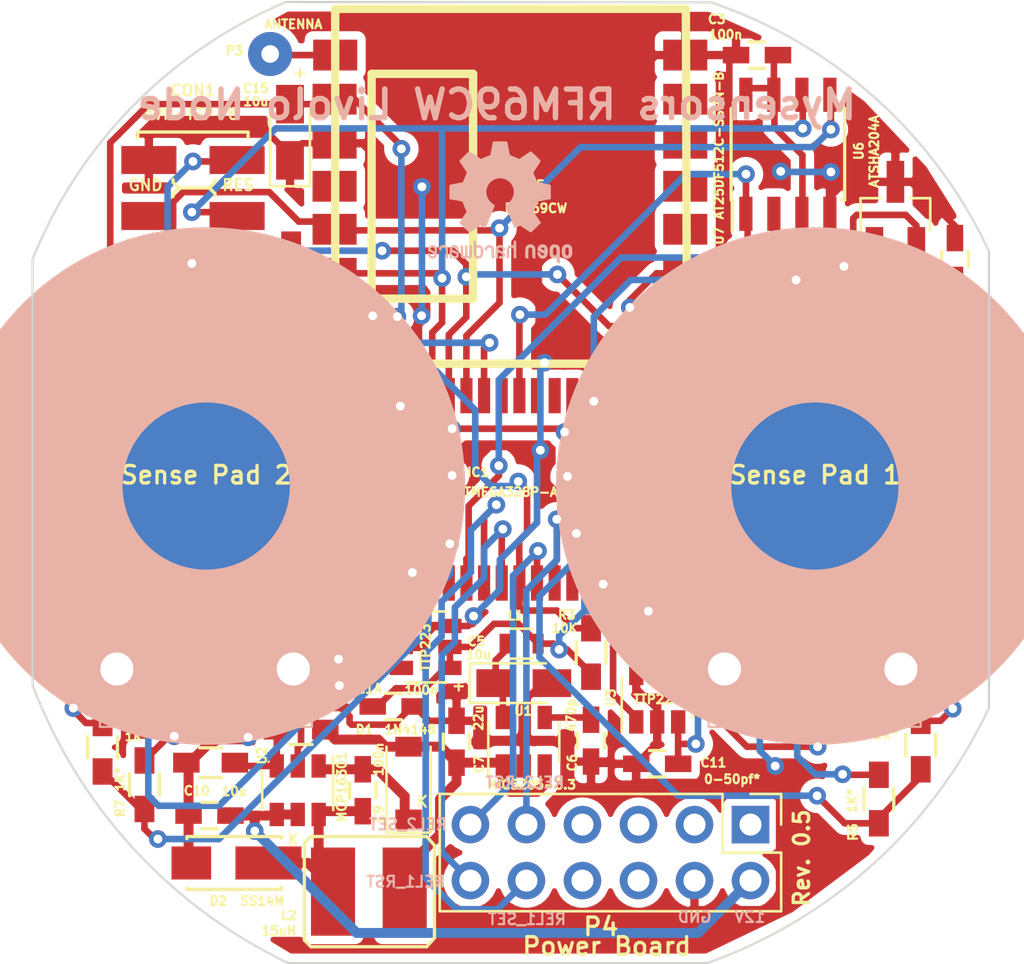
<source format=kicad_pcb>
(kicad_pcb (version 20171130) (host pcbnew 5.0.0-rc1-44a33f2~62~ubuntu16.04.1)
  (layers (0 F.Cu signal) (31 B.Cu signal) (34 B.Paste user) (35 F.Paste user) (36 B.SilkS user) (37 F.SilkS user) (38 B.Mask user) (39 F.Mask user) (44 Edge.Cuts user))
  (net 0 "")
  (net 1 +3V3)
  (net 2 GND)
  (net 3 "Net-(C4-Pad2)")
  (net 4 "Net-(C6-Pad1)")
  (net 5 "Net-(C7-Pad1)")
  (net 6 /RESET)
  (net 7 "Net-(C9-Pad2)")
  (net 8 "Net-(C9-Pad1)")
  (net 9 /12Vcc)
  (net 10 "Net-(C11-Pad1)")
  (net 11 "Net-(C12-Pad1)")
  (net 12 /MISO)
  (net 13 /SCK)
  (net 14 /MOSI)
  (net 15 "Net-(D3-Pad2)")
  (net 16 "Net-(D4-Pad1)")
  (net 17 "Net-(D5-Pad1)")
  (net 18 "Net-(D6-Pad2)")
  (net 19 /INT)
  (net 20 /TS2)
  (net 21 /S2_LEDs)
  (net 22 /TS1)
  (net 23 /S1_LEDs)
  (net 24 "Net-(P3-Pad1)")
  (net 25 "Net-(R1-Pad1)")
  (net 26 /Relay2_Reset)
  (net 27 /Relay1_Reset)
  (net 28 /Relay2_Set)
  (net 29 /Relay1_Set)
  (net 30 /ATSHA204A)
  (net 31 /RADIO_SS)
  (net 32 /FLASH_SS)
  (net 33 "Net-(C5-Pad1)")
  (module myfootprints:Livolo_EU_SW_2_Channel_1Way_Frame_VL-C700X-1_Ver_B8 (layer F.Cu) (at 143.125 91.975)
    (fp_text reference REF** hide)
    (fp_text value Livolo_EU_SW_2Ways_Frame hide)
    (fp_line (start -22.34 9.21) (end -22.34 9.21) (layer Edge.Cuts) (width 0.1))
    (fp_line (start -22.339634 9.205351) (end -22.339634 9.205351) (layer Edge.Cuts) (width 0.1))
  )
  (module myfootprints:AVR_ISP_SMT_Small_02x03 (layer F.Cu) (at 128.05 79.9 90)
    (fp_text reference CON1 (at 5.7 0) (layer F.SilkS) (effects (font (size 0.5 0.5) (thickness 0.1))))
    (fp_text value AVR-ISP-6 (at 4.625 -0.075 180) (layer F.SilkS) (effects (font (size 0.5 0.5) (thickness 0.1))))
    (pad 2 smd rect (at -2.54 -2 90) (size 1.27 2.5) (layers F.Cu F.Paste F.Mask) (net 1 +3V3))
    (pad 4 smd rect (at 0 -2 90) (size 1.27 2.5) (layers F.Cu F.Paste F.Mask) (net 14 /MOSI))
    (pad 6 smd rect (at 2.54 -2 90) (size 1.27 2.5) (layers F.Cu F.Paste F.Mask) (net 2 GND))
    (pad 5 smd rect (at 2.54 2 90) (size 1.27 2.5) (layers F.Cu F.Paste F.Mask) (net 6 /RESET))
    (pad 3 smd rect (at 0 2 90) (size 1.27 2.5) (layers F.Cu F.Paste F.Mask) (net 13 /SCK))
    (pad 1 smd rect (at -2.5 2 90) (size 1.27 2.5) (layers F.Cu F.Paste F.Mask) (net 12 /MISO))
  )
  (module Capacitors_Tantalum_SMD:CP_Tantalum_Case-R_EIA-2012-12_Wave (layer F.Cu) (at 143.05 101.092)
    (fp_text reference C5 (at -2.15 -1.892) (layer F.SilkS) (effects (font (size 0.4 0.4) (thickness 0.1))))
    (fp_text value 10u (at -2.05 -1.292) (layer F.SilkS) (effects (font (size 0.4 0.4) (thickness 0.1))))
    (pad 1 smd rect (at -1.275 0) (size 1.75 1.26) (layers F.Cu F.Paste F.Mask) (net 33 "Net-(C5-Pad1)"))
    (pad 2 smd rect (at 1.275 0) (size 1.75 1.26) (layers F.Cu F.Paste F.Mask) (net 2 GND))
  )
  (module myfootprints:touch_pad_16mm (layer F.Cu) (at 156.25 92.15)
    (fp_text reference P1 hide)
    (fp_text value "Sense Pad 1" (at 0 -0.5) (layer F.SilkS) (effects (font (size 0.8 0.8))))
    (pad 1 smd circle (at 0 0) (size 15.5 15.5) (layers B.Cu) (net 10 "Net-(C11-Pad1)"))
  )
  (module myfootprints:touch_pad_16mm (layer F.Cu) (at 128.65 92.15)
    (fp_text reference P2 hide)
    (fp_text value "Sense Pad 2" (at 0 -0.5) (layer F.SilkS) (effects (font (size 0.8 0.8))))
    (pad 1 smd circle (at 0 0) (size 15.5 15.5) (layers B.Cu) (net 11 "Net-(C12-Pad1)"))
  )
  (module Resistors_SMD:R_0603_HandSoldering (layer F.Cu) (at 159.766 83.312 180)
    (fp_text reference R10 (at 0.866 -1.238 180) (layer F.SilkS) (effects (font (size 0.4 0.4) (thickness 0.1))))
    (fp_text value 1K (at -0.762 -1.27 180) (layer F.SilkS) (effects (font (size 0.4 0.4) (thickness 0.1))))
    (pad 1 smd rect (at -1.1 0 180) (size 1.2 0.9) (layers F.Cu F.Paste F.Mask) (net 1 +3V3))
    (pad 2 smd rect (at 1.1 0 180) (size 1.2 0.9) (layers F.Cu F.Paste F.Mask) (net 30 /ATSHA204A))
  )
  (module Symbols:OSHW-Logo2_7.3x6mm_SilkScreen (layer B.Cu) (at 141.975 79.275 180)
    (fp_text reference REF*** hide)
    (fp_text value OSHW-Logo2_7.3x6mm_SilkScreen hide)
  )
  (module myfootprints:VLCF4020T-150MR68 (layer F.Cu) (at 135.9 110.55 270)
    (fp_text reference L2 (at 1.075 3.5) (layer F.SilkS) (effects (font (size 0.4 0.4) (thickness 0.1))))
    (fp_text value 15uH (at 1.775 3.95) (layer F.SilkS) (effects (font (size 0.4 0.4) (thickness 0.1))))
    (pad 2 smd rect (at 0 1.5 270) (size 4 2) (layers F.Cu F.Paste F.Mask) (net 7 "Net-(C9-Pad2)"))
    (pad 1 smd rect (at 0 -1.75 270) (size 4 2) (layers F.Cu F.Paste F.Mask) (net 5 "Net-(C7-Pad1)"))
  )
  (module Capacitors_SMD:C_0603_HandSoldering (layer F.Cu) (at 153.625 72.6)
    (fp_text reference C3 (at -1.825 -1.625 180) (layer F.SilkS) (effects (font (size 0.4 0.4) (thickness 0.1))))
    (fp_text value 100n (at -1.425 -0.925 180) (layer F.SilkS) (effects (font (size 0.4 0.4) (thickness 0.1))))
    (pad 1 smd rect (at -0.95 0) (size 1.2 0.75) (layers F.Cu F.Paste F.Mask) (net 2 GND))
    (pad 2 smd rect (at 0.95 0) (size 1.2 0.75) (layers F.Cu F.Paste F.Mask) (net 1 +3V3))
  )
  (module Pin_Headers:Pin_Header_Straight_2x06_Pitch2.54mm (layer F.Cu) (at 153.33 107.51 270)
    (fp_text reference P4 (at 4.631 6.78 180) (layer F.SilkS) (effects (font (size 0.8 0.8))))
    (fp_text value "Power Board" (at 5.52 6.518 180) (layer F.SilkS) (effects (font (size 0.8 0.8))))
    (pad 1 thru_hole rect (at 0 0 270) (size 1.7 1.7) (drill 1) (layers *.Cu *.Mask))
    (pad 2 thru_hole oval (at 2.54 0 270) (size 1.7 1.7) (drill 1) (layers *.Cu *.Mask) (net 9 /12Vcc))
    (pad 3 thru_hole oval (at 0 2.54 270) (size 1.7 1.7) (drill 1) (layers *.Cu *.Mask))
    (pad 4 thru_hole oval (at 2.54 2.54 270) (size 1.7 1.7) (drill 1) (layers *.Cu *.Mask) (net 2 GND))
    (pad 5 thru_hole oval (at 0 5.08 270) (size 1.7 1.7) (drill 1) (layers *.Cu *.Mask))
    (pad 6 thru_hole oval (at 2.54 5.08 270) (size 1.7 1.7) (drill 1) (layers *.Cu *.Mask))
    (pad 7 thru_hole oval (at 0 7.62 270) (size 1.7 1.7) (drill 1) (layers *.Cu *.Mask))
    (pad 8 thru_hole oval (at 2.54 7.62 270) (size 1.7 1.7) (drill 1) (layers *.Cu *.Mask))
    (pad 9 thru_hole oval (at 0 10.16 270) (size 1.7 1.7) (drill 1) (layers *.Cu *.Mask) (net 26 /Relay2_Reset))
    (pad 10 thru_hole oval (at 2.54 10.16 270) (size 1.7 1.7) (drill 1) (layers *.Cu *.Mask) (net 29 /Relay1_Set))
    (pad 11 thru_hole oval (at 0 12.7 270) (size 1.7 1.7) (drill 1) (layers *.Cu *.Mask) (net 28 /Relay2_Set))
    (pad 12 thru_hole oval (at 2.54 12.7 270) (size 1.7 1.7) (drill 1) (layers *.Cu *.Mask) (net 27 /Relay1_Reset))
  )
  (module myfootprints:hole_1.5mm (layer F.Cu) (at 152.15 100.45)
    (fp_text reference REF** hide)
    (fp_text value hole_1.5mm hide)
    (pad "" np_thru_hole circle (at 0 0) (size 1.5 1.5) (drill 1.5) (layers *.Cu *.Mask))
  )
  (module myfootprints:hole_1.5mm (layer F.Cu) (at 160.15 100.45)
    (fp_text reference REF** hide)
    (fp_text value hole_1.5mm hide)
    (pad "" np_thru_hole circle (at 0 0) (size 1.5 1.5) (drill 1.5) (layers *.Cu *.Mask))
  )
  (module myfootprints:hole_1.5mm (layer F.Cu) (at 132.6 100.45)
    (fp_text reference REF** hide)
    (fp_text value hole_1.5mm hide)
    (pad "" np_thru_hole circle (at 0 0) (size 1.5 1.5) (drill 1.5) (layers *.Cu *.Mask))
  )
  (module myfootprints:hole_1.5mm (layer F.Cu) (at 124.6 100.45)
    (fp_text reference REF** hide)
    (fp_text value hole_1.5mm hide)
    (pad "" np_thru_hole circle (at 0 0) (size 1.5 1.5) (drill 1.5) (layers *.Cu *.Mask))
  )
  (module Capacitors_SMD:C_0402 (layer F.Cu) (at 137.15 96.9)
    (fp_text reference C4 (at -1.75 -1.35 180) (layer F.SilkS) (effects (font (size 0.4 0.4) (thickness 0.1))))
    (fp_text value 100n (at -1.3 -0.65 180) (layer F.SilkS) (effects (font (size 0.4 0.4) (thickness 0.1))))
    (pad 1 smd rect (at -0.55 0) (size 0.6 0.5) (layers F.Cu F.Paste F.Mask) (net 2 GND))
    (pad 2 smd rect (at 0.55 0) (size 0.6 0.5) (layers F.Cu F.Paste F.Mask) (net 3 "Net-(C4-Pad2)"))
  )
  (module Capacitors_SMD:C_0402 (layer F.Cu) (at 137.35 87.5 180)
    (fp_text reference C2 (at 1.5 0.275 180) (layer F.SilkS) (effects (font (size 0.4 0.4) (thickness 0.1))))
    (fp_text value 100n (at 1.85 -0.4 180) (layer F.SilkS) (effects (font (size 0.4 0.4) (thickness 0.1))))
    (pad 1 smd rect (at -0.55 0 180) (size 0.6 0.5) (layers F.Cu F.Paste F.Mask) (net 2 GND))
    (pad 2 smd rect (at 0.55 0 180) (size 0.6 0.5) (layers F.Cu F.Paste F.Mask) (net 1 +3V3))
  )
  (module Capacitors_SMD:C_0402 (layer F.Cu) (at 147.5 87.5)
    (fp_text reference C1 (at 1.525 -0.3) (layer F.SilkS) (effects (font (size 0.4 0.4) (thickness 0.1))))
    (fp_text value 100n (at 1.95 0.375) (layer F.SilkS) (effects (font (size 0.4 0.4) (thickness 0.1))))
    (pad 1 smd rect (at -0.55 0) (size 0.6 0.5) (layers F.Cu F.Paste F.Mask) (net 1 +3V3))
    (pad 2 smd rect (at 0.55 0) (size 0.6 0.5) (layers F.Cu F.Paste F.Mask) (net 2 GND))
  )
  (module Capacitors_SMD:C_0603_HandSoldering (layer F.Cu) (at 128.8 107.1 180)
    (fp_text reference C10 (at 0.575 1.125 180) (layer F.SilkS) (effects (font (size 0.4 0.4) (thickness 0.1))))
    (fp_text value 10u (at -1.125 1.1 180) (layer F.SilkS) (effects (font (size 0.4 0.4) (thickness 0.1))))
    (pad 1 smd rect (at -0.95 0 180) (size 1.2 0.75) (layers F.Cu F.Paste F.Mask) (net 9 /12Vcc))
    (pad 2 smd rect (at 0.95 0 180) (size 1.2 0.75) (layers F.Cu F.Paste F.Mask) (net 2 GND))
  )
  (module Capacitors_SMD:C_0603_HandSoldering (layer F.Cu) (at 140 103.75 90)
    (fp_text reference C7 (at -1.025 1.025 90) (layer F.SilkS) (effects (font (size 0.4 0.4) (thickness 0.1))))
    (fp_text value 22u (at 1.075 1 270) (layer F.SilkS) (effects (font (size 0.4 0.4) (thickness 0.1))))
    (pad 1 smd rect (at -0.95 0 90) (size 1.2 0.75) (layers F.Cu F.Paste F.Mask) (net 5 "Net-(C7-Pad1)"))
    (pad 2 smd rect (at 0.95 0 90) (size 1.2 0.75) (layers F.Cu F.Paste F.Mask) (net 2 GND))
  )
  (module myfootprints:SS14M (layer F.Cu) (at 129.475 109.25 180)
    (fp_text reference D2 (at 0.275 -1.725 180) (layer F.SilkS) (effects (font (size 0.4 0.4) (thickness 0.1))))
    (fp_text value SS14M (at -1.725 -1.725 180) (layer F.SilkS) (effects (font (size 0.4 0.4) (thickness 0.1))))
    (pad 2 smd rect (at 1.5 0 180) (size 1.8 1.5) (layers F.Cu F.Paste F.Mask) (net 2 GND))
    (pad 1 smd rect (at -2 0 180) (size 3 1.5) (layers F.Cu F.Paste F.Mask) (net 7 "Net-(C9-Pad2)"))
  )
  (module Capacitors_SMD:C_0603_HandSoldering (layer F.Cu) (at 146.1 103.7 270)
    (fp_text reference C6 (at 1 0.85 270) (layer F.SilkS) (effects (font (size 0.4 0.4) (thickness 0.1))))
    (fp_text value 470p (at -1.15 0.9 270) (layer F.SilkS) (effects (font (size 0.4 0.4) (thickness 0.1))))
    (pad 2 smd rect (at 0.95 0 270) (size 1.2 0.75) (layers F.Cu F.Paste F.Mask) (net 2 GND))
    (pad 1 smd rect (at -0.95 0 270) (size 1.2 0.75) (layers F.Cu F.Paste F.Mask) (net 4 "Net-(C6-Pad1)"))
  )
  (module Capacitors_SMD:C_0603_HandSoldering (layer F.Cu) (at 135.75 105.95 270)
    (fp_text reference C9 (at 1.075 -0.725 90) (layer F.SilkS) (effects (font (size 0.4 0.4) (thickness 0.1))))
    (fp_text value 100n (at -1.4 -0.725 90) (layer F.SilkS) (effects (font (size 0.4 0.4) (thickness 0.1))))
    (pad 2 smd rect (at 0.95 0 270) (size 1.2 0.75) (layers F.Cu F.Paste F.Mask) (net 7 "Net-(C9-Pad2)"))
    (pad 1 smd rect (at -0.95 0 270) (size 1.2 0.75) (layers F.Cu F.Paste F.Mask) (net 8 "Net-(C9-Pad1)"))
  )
  (module Capacitors_SMD:C_0603_HandSoldering (layer F.Cu) (at 149.1 104.75 180)
    (fp_text reference C11 (at -2.55 0.05 180) (layer F.SilkS) (effects (font (size 0.4 0.4) (thickness 0.1))))
    (fp_text value 0-50pf* (at -3.4 -0.7 180) (layer F.SilkS) (effects (font (size 0.4 0.4) (thickness 0.1))))
    (pad 1 smd rect (at -0.95 0 180) (size 1.2 0.75) (layers F.Cu F.Paste F.Mask) (net 10 "Net-(C11-Pad1)"))
    (pad 2 smd rect (at 0.95 0 180) (size 1.2 0.75) (layers F.Cu F.Paste F.Mask) (net 2 GND))
  )
  (module Capacitors_SMD:C_0603_HandSoldering (layer F.Cu) (at 135.7 99.35 90)
    (fp_text reference C12 (at 0.525 -1.95 90) (layer F.SilkS) (effects (font (size 0.4 0.4) (thickness 0.1))))
    (fp_text value 0-50pf* (at 1.4 -1.125 90) (layer F.SilkS) (effects (font (size 0.4 0.4) (thickness 0.1))))
    (pad 1 smd rect (at -0.95 0 90) (size 1.2 0.75) (layers F.Cu F.Paste F.Mask) (net 11 "Net-(C12-Pad1)"))
    (pad 2 smd rect (at 0.95 0 90) (size 1.2 0.75) (layers F.Cu F.Paste F.Mask) (net 2 GND))
  )
  (module Capacitors_SMD:C_0603_HandSoldering (layer F.Cu) (at 149.1 98.9 180)
    (fp_text reference C13 (at -0.925 1.825 180) (layer F.SilkS) (effects (font (size 0.4 0.4) (thickness 0.1))))
    (fp_text value 100n (at -1.125 1.075 180) (layer F.SilkS) (effects (font (size 0.4 0.4) (thickness 0.1))))
    (pad 2 smd rect (at 0.95 0 180) (size 1.2 0.75) (layers F.Cu F.Paste F.Mask) (net 2 GND))
    (pad 1 smd rect (at -0.95 0 180) (size 1.2 0.75) (layers F.Cu F.Paste F.Mask) (net 1 +3V3))
  )
  (module Capacitors_SMD:C_0603_HandSoldering (layer F.Cu) (at 137.15 102.15)
    (fp_text reference C14 (at -1.1 -0.8 180) (layer F.SilkS) (effects (font (size 0.4 0.4) (thickness 0.1))))
    (fp_text value 100n (at 1.25 -0.75) (layer F.SilkS) (effects (font (size 0.4 0.4) (thickness 0.1))))
    (pad 2 smd rect (at 0.95 0) (size 1.2 0.75) (layers F.Cu F.Paste F.Mask) (net 2 GND))
    (pad 1 smd rect (at -0.95 0) (size 1.2 0.75) (layers F.Cu F.Paste F.Mask) (net 1 +3V3))
  )
  (module Diodes_SMD:SOD-123 (layer F.Cu) (at 137.825 105.625 90)
    (fp_text reference D1 (at 2.425 -2 180) (layer F.SilkS) (effects (font (size 0.4 0.4) (thickness 0.1))))
    (fp_text value 1N4148 (at 2.425 0.075) (layer F.SilkS) (effects (font (size 0.4 0.4) (thickness 0.1))))
    (pad 2 smd rect (at 1.65 0 90) (size 0.9 1.2) (layers F.Cu F.Paste F.Mask) (net 5 "Net-(C7-Pad1)"))
    (pad 1 smd rect (at -1.65 0 90) (size 0.9 1.2) (layers F.Cu F.Paste F.Mask) (net 8 "Net-(C9-Pad1)"))
  )
  (module Diodes_SMD:D_0603 (layer B.Cu) (at 130.5 102.15 180)
    (fp_text reference D3 (at -0.9 1.05 180) (layer B.SilkS) (effects (font (size 0.4 0.4) (thickness 0.1)) (justify mirror)))
    (fp_text value Blue (at 0.6 1.05 180) (layer B.SilkS) (effects (font (size 0.4 0.4) (thickness 0.1)) (justify mirror)))
    (pad 2 smd rect (at 0.85 0 180) (size 0.6 0.8) (layers B.Cu B.Paste B.Mask) (net 15 "Net-(D3-Pad2)"))
    (pad 1 smd rect (at -0.85 0 180) (size 0.6 0.8) (layers B.Cu B.Paste B.Mask) (net 2 GND))
  )
  (module Diodes_SMD:D_0603 (layer B.Cu) (at 126.85 102.15)
    (fp_text reference D4 (at 0.9 -1.05) (layer B.SilkS) (effects (font (size 0.4 0.4) (thickness 0.1)) (justify mirror)))
    (fp_text value Red (at -0.6 -1.05) (layer B.SilkS) (effects (font (size 0.4 0.4) (thickness 0.1)) (justify mirror)))
    (pad 1 smd rect (at -0.85 0) (size 0.6 0.8) (layers B.Cu B.Paste B.Mask) (net 16 "Net-(D4-Pad1)"))
    (pad 2 smd rect (at 0.85 0) (size 0.6 0.8) (layers B.Cu B.Paste B.Mask) (net 1 +3V3))
  )
  (module Diodes_SMD:D_0603 (layer B.Cu) (at 157.95 102.15 180)
    (fp_text reference D5 (at -0.85 1.05 180) (layer B.SilkS) (effects (font (size 0.4 0.4) (thickness 0.1)) (justify mirror)))
    (fp_text value Red (at 0.65 1.05 180) (layer B.SilkS) (effects (font (size 0.4 0.4) (thickness 0.1)) (justify mirror)))
    (pad 1 smd rect (at -0.85 0 180) (size 0.6 0.8) (layers B.Cu B.Paste B.Mask) (net 17 "Net-(D5-Pad1)"))
    (pad 2 smd rect (at 0.85 0 180) (size 0.6 0.8) (layers B.Cu B.Paste B.Mask) (net 1 +3V3))
  )
  (module Diodes_SMD:D_0603 (layer B.Cu) (at 154.6 102.15)
    (fp_text reference D6 (at 1 -1.05) (layer B.SilkS) (effects (font (size 0.4 0.4) (thickness 0.1)) (justify mirror)))
    (fp_text value Blue (at -0.6 -1.05) (layer B.SilkS) (effects (font (size 0.4 0.4) (thickness 0.1)) (justify mirror)))
    (pad 2 smd rect (at 0.85 0) (size 0.6 0.8) (layers B.Cu B.Paste B.Mask) (net 18 "Net-(D6-Pad2)"))
    (pad 1 smd rect (at -0.85 0) (size 0.6 0.8) (layers B.Cu B.Paste B.Mask) (net 2 GND))
  )
  (module Housings_QFP:TQFP-32_7x7mm_Pitch0.8mm (layer F.Cu) (at 142.45 92.3 180)
    (fp_text reference IC1 (at 1.475 0.775) (layer F.SilkS) (effects (font (size 0.4 0.4) (thickness 0.1))))
    (fp_text value ATMEGA328P-AU (at -0.05 -0.125) (layer F.SilkS) (effects (font (size 0.4 0.4) (thickness 0.1))))
    (pad 32 smd rect (at -2.8 -4.25 270) (size 1.6 0.55) (layers F.Cu F.Paste F.Mask) (net 19 /INT))
    (pad 31 smd rect (at -2 -4.25 270) (size 1.6 0.55) (layers F.Cu F.Paste F.Mask) (net 26 /Relay2_Reset))
    (pad 30 smd rect (at -1.2 -4.25 270) (size 1.6 0.55) (layers F.Cu F.Paste F.Mask) (net 28 /Relay2_Set))
    (pad 29 smd rect (at -0.4 -4.25 270) (size 1.6 0.55) (layers F.Cu F.Paste F.Mask) (net 6 /RESET))
    (pad 28 smd rect (at 0.4 -4.25 270) (size 1.6 0.55) (layers F.Cu F.Paste F.Mask) (net 27 /Relay1_Reset))
    (pad 27 smd rect (at 1.2 -4.25 270) (size 1.6 0.55) (layers F.Cu F.Paste F.Mask) (net 29 /Relay1_Set))
    (pad 26 smd rect (at 2 -4.25 270) (size 1.6 0.55) (layers F.Cu F.Paste F.Mask) (net 30 /ATSHA204A))
    (pad 25 smd rect (at 2.8 -4.25 270) (size 1.6 0.55) (layers F.Cu F.Paste F.Mask))
    (pad 24 smd rect (at 4.25 -2.8 180) (size 1.6 0.55) (layers F.Cu F.Paste F.Mask) (net 20 /TS2))
    (pad 23 smd rect (at 4.25 -2 180) (size 1.6 0.55) (layers F.Cu F.Paste F.Mask) (net 21 /S2_LEDs))
    (pad 22 smd rect (at 4.25 -1.2 180) (size 1.6 0.55) (layers F.Cu F.Paste F.Mask))
    (pad 21 smd rect (at 4.25 -0.4 180) (size 1.6 0.55) (layers F.Cu F.Paste F.Mask) (net 2 GND))
    (pad 20 smd rect (at 4.25 0.4 180) (size 1.6 0.55) (layers F.Cu F.Paste F.Mask) (net 3 "Net-(C4-Pad2)"))
    (pad 19 smd rect (at 4.25 1.2 180) (size 1.6 0.55) (layers F.Cu F.Paste F.Mask))
    (pad 18 smd rect (at 4.25 2 180) (size 1.6 0.55) (layers F.Cu F.Paste F.Mask) (net 1 +3V3))
    (pad 17 smd rect (at 4.25 2.8 180) (size 1.6 0.55) (layers F.Cu F.Paste F.Mask) (net 13 /SCK))
    (pad 16 smd rect (at 2.8 4.25 270) (size 1.6 0.55) (layers F.Cu F.Paste F.Mask) (net 12 /MISO))
    (pad 15 smd rect (at 2 4.25 270) (size 1.6 0.55) (layers F.Cu F.Paste F.Mask) (net 14 /MOSI))
    (pad 14 smd rect (at 1.2 4.25 270) (size 1.6 0.55) (layers F.Cu F.Paste F.Mask) (net 31 /RADIO_SS))
    (pad 13 smd rect (at 0.4 4.25 270) (size 1.6 0.55) (layers F.Cu F.Paste F.Mask))
    (pad 12 smd rect (at -0.4 4.25 270) (size 1.6 0.55) (layers F.Cu F.Paste F.Mask) (net 32 /FLASH_SS))
    (pad 11 smd rect (at -1.2 4.25 270) (size 1.6 0.55) (layers F.Cu F.Paste F.Mask))
    (pad 10 smd rect (at -2 4.25 270) (size 1.6 0.55) (layers F.Cu F.Paste F.Mask))
    (pad 9 smd rect (at -2.8 4.25 270) (size 1.6 0.55) (layers F.Cu F.Paste F.Mask))
    (pad 8 smd rect (at -4.25 2.8 180) (size 1.6 0.55) (layers F.Cu F.Paste F.Mask))
    (pad 7 smd rect (at -4.25 2 180) (size 1.6 0.55) (layers F.Cu F.Paste F.Mask))
    (pad 6 smd rect (at -4.25 1.2 180) (size 1.6 0.55) (layers F.Cu F.Paste F.Mask) (net 1 +3V3))
    (pad 5 smd rect (at -4.25 0.4 180) (size 1.6 0.55) (layers F.Cu F.Paste F.Mask) (net 2 GND))
    (pad 4 smd rect (at -4.25 -0.4 180) (size 1.6 0.55) (layers F.Cu F.Paste F.Mask) (net 1 +3V3))
    (pad 3 smd rect (at -4.25 -1.2 180) (size 1.6 0.55) (layers F.Cu F.Paste F.Mask) (net 2 GND))
    (pad 2 smd rect (at -4.25 -2 180) (size 1.6 0.55) (layers F.Cu F.Paste F.Mask) (net 23 /S1_LEDs))
    (pad 1 smd rect (at -4.25 -2.8 180) (size 1.6 0.55) (layers F.Cu F.Paste F.Mask) (net 22 /TS1))
  )
  (module Wire_Pads:SolderWirePad_single_0-8mmDrill (layer F.Cu) (at 131.55 72.55)
    (fp_text reference P3 (at -1.625 -0.15) (layer F.SilkS) (effects (font (size 0.4 0.4) (thickness 0.1))))
    (fp_text value ANTENNA (at 1.05 -1.35) (layer F.SilkS) (effects (font (size 0.4 0.4) (thickness 0.1))))
    (pad 1 thru_hole circle (at 0 0) (size 1.99898 1.99898) (drill 0.8001) (layers *.Cu *.Mask) (net 24 "Net-(P3-Pad1)"))
  )
  (module Resistors_SMD:R_0603_HandSoldering (layer F.Cu) (at 132.95 103.2)
    (fp_text reference R1 (at -0.7 -1.15) (layer F.SilkS) (effects (font (size 0.4 0.4) (thickness 0.1))))
    (fp_text value 31K6 (at 1 -1.15) (layer F.SilkS) (effects (font (size 0.4 0.4) (thickness 0.1))))
    (pad 1 smd rect (at -1.1 0) (size 1.2 0.9) (layers F.Cu F.Paste F.Mask) (net 25 "Net-(R1-Pad1)"))
    (pad 2 smd rect (at 1.1 0) (size 1.2 0.9) (layers F.Cu F.Paste F.Mask) (net 5 "Net-(C7-Pad1)"))
  )
  (module Resistors_SMD:R_0603_HandSoldering (layer F.Cu) (at 128.85 104.7)
    (fp_text reference R2 (at -0.75 -1.175) (layer F.SilkS) (effects (font (size 0.4 0.4) (thickness 0.1))))
    (fp_text value 10K (at 0.65 -1.175) (layer F.SilkS) (effects (font (size 0.4 0.4) (thickness 0.1))))
    (pad 2 smd rect (at 1.1 0) (size 1.2 0.9) (layers F.Cu F.Paste F.Mask) (net 25 "Net-(R1-Pad1)"))
    (pad 1 smd rect (at -1.1 0) (size 1.2 0.9) (layers F.Cu F.Paste F.Mask) (net 2 GND))
  )
  (module Resistors_SMD:R_0603_HandSoldering (layer F.Cu) (at 146.1 99.7 90)
    (fp_text reference R3 (at 1.7 -1.1 180) (layer F.SilkS) (effects (font (size 0.4 0.4) (thickness 0.1))))
    (fp_text value 10K (at 1.1 -1.2) (layer F.SilkS) (effects (font (size 0.4 0.4) (thickness 0.1))))
    (pad 1 smd rect (at -1.1 0 90) (size 1.2 0.9) (layers F.Cu F.Paste F.Mask) (net 1 +3V3))
    (pad 2 smd rect (at 1.1 0 90) (size 1.2 0.9) (layers F.Cu F.Paste F.Mask) (net 6 /RESET))
  )
  (module Resistors_SMD:R_0603_HandSoldering (layer F.Cu) (at 132.5 82.3 90)
    (fp_text reference R4 (at -2.35 0.075 180) (layer F.SilkS) (effects (font (size 0.4 0.4) (thickness 0.1))))
    (fp_text value 56K (at -3.125 0.05 180) (layer F.SilkS) (effects (font (size 0.4 0.4) (thickness 0.1))))
    (pad 2 smd rect (at 1.1 0 90) (size 1.2 0.9) (layers F.Cu F.Paste F.Mask) (net 1 +3V3))
    (pad 1 smd rect (at -1.1 0 90) (size 1.2 0.9) (layers F.Cu F.Paste F.Mask) (net 31 /RADIO_SS))
  )
  (module Resistors_SMD:R_0603_HandSoldering (layer F.Cu) (at 159.15 106.35 270)
    (fp_text reference R5 (at 1.5 1.17 270) (layer F.SilkS) (effects (font (size 0.4 0.4) (thickness 0.1))))
    (fp_text value 1K* (at 0.08 1.21 270) (layer F.SilkS) (effects (font (size 0.4 0.4) (thickness 0.1))))
    (pad 1 smd rect (at -1.1 0 270) (size 1.2 0.9) (layers F.Cu F.Paste F.Mask) (net 18 "Net-(D6-Pad2)"))
    (pad 2 smd rect (at 1.1 0 270) (size 1.2 0.9) (layers F.Cu F.Paste F.Mask) (net 23 /S1_LEDs))
  )
  (module Resistors_SMD:R_0603_HandSoldering (layer F.Cu) (at 161.05 103.9 270)
    (fp_text reference R6 (at -1.26 1.75) (layer F.SilkS) (effects (font (size 0.4 0.4) (thickness 0.1))))
    (fp_text value 1K* (at -0.49 1.57) (layer F.SilkS) (effects (font (size 0.4 0.4) (thickness 0.1))))
    (pad 2 smd rect (at 1.1 0 270) (size 1.2 0.9) (layers F.Cu F.Paste F.Mask) (net 23 /S1_LEDs))
    (pad 1 smd rect (at -1.1 0 270) (size 1.2 0.9) (layers F.Cu F.Paste F.Mask) (net 17 "Net-(D5-Pad1)"))
  )
  (module Resistors_SMD:R_0603_HandSoldering (layer F.Cu) (at 125.85 105.7 270)
    (fp_text reference R7 (at 1.075 1.1 270) (layer F.SilkS) (effects (font (size 0.4 0.4) (thickness 0.1))))
    (fp_text value 1K* (at -0.25 1.1 270) (layer F.SilkS) (effects (font (size 0.4 0.4) (thickness 0.1))))
    (pad 1 smd rect (at -1.1 0 270) (size 1.2 0.9) (layers F.Cu F.Paste F.Mask) (net 15 "Net-(D3-Pad2)"))
    (pad 2 smd rect (at 1.1 0 270) (size 1.2 0.9) (layers F.Cu F.Paste F.Mask) (net 21 /S2_LEDs))
  )
  (module Resistors_SMD:R_0603_HandSoldering (layer F.Cu) (at 123.95 104 270)
    (fp_text reference R8 (at -1.28 -1.37) (layer F.SilkS) (effects (font (size 0.4 0.4) (thickness 0.1))))
    (fp_text value 1K* (at -0.49 -1.56) (layer F.SilkS) (effects (font (size 0.4 0.4) (thickness 0.1))))
    (pad 2 smd rect (at 1.1 0 270) (size 1.2 0.9) (layers F.Cu F.Paste F.Mask) (net 21 /S2_LEDs))
    (pad 1 smd rect (at -1.1 0 270) (size 1.2 0.9) (layers F.Cu F.Paste F.Mask) (net 16 "Net-(D4-Pad1)"))
  )
  (module TO_SOT_Packages_SMD:SOT-23-5 (layer F.Cu) (at 143.05 103.75 90)
    (fp_text reference U1 (at 1.4 -0.025 180) (layer F.SilkS) (effects (font (size 0.4 0.4) (thickness 0.1))))
    (fp_text value MIC5205-3.3 (at -1.95 0.35 180) (layer F.SilkS) (effects (font (size 0.4 0.4) (thickness 0.1))))
    (pad 5 smd rect (at 1.1 -0.95 90) (size 1.06 0.65) (layers F.Cu F.Paste F.Mask) (net 33 "Net-(C5-Pad1)"))
    (pad 4 smd rect (at 1.1 0.95 90) (size 1.06 0.65) (layers F.Cu F.Paste F.Mask) (net 4 "Net-(C6-Pad1)"))
    (pad 3 smd rect (at -1.1 0.95 90) (size 1.06 0.65) (layers F.Cu F.Paste F.Mask) (net 5 "Net-(C7-Pad1)"))
    (pad 2 smd rect (at -1.1 0 90) (size 1.06 0.65) (layers F.Cu F.Paste F.Mask) (net 2 GND))
    (pad 1 smd rect (at -1.1 -0.95 90) (size 1.06 0.65) (layers F.Cu F.Paste F.Mask) (net 5 "Net-(C7-Pad1)"))
  )
  (module TO_SOT_Packages_SMD:SOT-23-6 (layer F.Cu) (at 132.8 105.95 270)
    (fp_text reference U2 (at -1.575 1.625 270) (layer F.SilkS) (effects (font (size 0.4 0.4) (thickness 0.1))))
    (fp_text value MCP16301 (at -0.15 -2 270) (layer F.SilkS) (effects (font (size 0.4 0.4) (thickness 0.1))))
    (pad 5 smd rect (at 1.1 0 270) (size 1.06 0.65) (layers F.Cu F.Paste F.Mask) (net 9 /12Vcc))
    (pad 6 smd rect (at 1.1 -0.95 270) (size 1.06 0.65) (layers F.Cu F.Paste F.Mask) (net 7 "Net-(C9-Pad2)"))
    (pad 4 smd rect (at 1.1 0.95 270) (size 1.06 0.65) (layers F.Cu F.Paste F.Mask) (net 9 /12Vcc))
    (pad 3 smd rect (at -1.1 0.95 270) (size 1.06 0.65) (layers F.Cu F.Paste F.Mask) (net 25 "Net-(R1-Pad1)"))
    (pad 2 smd rect (at -1.1 0 270) (size 1.06 0.65) (layers F.Cu F.Paste F.Mask) (net 2 GND))
    (pad 1 smd rect (at -1.1 -0.95 270) (size 1.06 0.65) (layers F.Cu F.Paste F.Mask) (net 8 "Net-(C9-Pad1)"))
  )
  (module TO_SOT_Packages_SMD:SOT-23-6 (layer F.Cu) (at 149.1 101.75 90)
    (fp_text reference U3 (at 0 -2.1 270) (layer F.SilkS) (effects (font (size 0.4 0.4) (thickness 0.1))))
    (fp_text value TTP223 (at -0.075 0) (layer F.SilkS) (effects (font (size 0.4 0.4) (thickness 0.1))))
    (pad 5 smd rect (at 1.1 0 90) (size 1.06 0.65) (layers F.Cu F.Paste F.Mask) (net 1 +3V3))
    (pad 6 smd rect (at 1.1 -0.95 90) (size 1.06 0.65) (layers F.Cu F.Paste F.Mask) (net 2 GND))
    (pad 4 smd rect (at 1.1 0.95 90) (size 1.06 0.65) (layers F.Cu F.Paste F.Mask) (net 1 +3V3))
    (pad 3 smd rect (at -1.1 0.95 90) (size 1.06 0.65) (layers F.Cu F.Paste F.Mask) (net 10 "Net-(C11-Pad1)"))
    (pad 2 smd rect (at -1.1 0 90) (size 1.06 0.65) (layers F.Cu F.Paste F.Mask) (net 2 GND))
    (pad 1 smd rect (at -1.1 -0.95 90) (size 1.06 0.65) (layers F.Cu F.Paste F.Mask) (net 22 /TS1))
  )
  (module TO_SOT_Packages_SMD:SOT-23-6 (layer F.Cu) (at 138.6 99.45)
    (fp_text reference U4 (at -0.05 -2) (layer F.SilkS) (effects (font (size 0.4 0.4) (thickness 0.1))))
    (fp_text value TTP223 (at 0 0.025 90) (layer F.SilkS) (effects (font (size 0.4 0.4) (thickness 0.1))))
    (pad 1 smd rect (at -1.1 -0.95) (size 1.06 0.65) (layers F.Cu F.Paste F.Mask) (net 20 /TS2))
    (pad 2 smd rect (at -1.1 0) (size 1.06 0.65) (layers F.Cu F.Paste F.Mask) (net 2 GND))
    (pad 3 smd rect (at -1.1 0.95) (size 1.06 0.65) (layers F.Cu F.Paste F.Mask) (net 11 "Net-(C12-Pad1)"))
    (pad 4 smd rect (at 1.1 0.95) (size 1.06 0.65) (layers F.Cu F.Paste F.Mask) (net 1 +3V3))
    (pad 6 smd rect (at 1.1 -0.95) (size 1.06 0.65) (layers F.Cu F.Paste F.Mask) (net 2 GND))
    (pad 5 smd rect (at 1.1 0) (size 1.06 0.65) (layers F.Cu F.Paste F.Mask) (net 1 +3V3))
  )
  (module myfootprints:RFM69CW (layer F.Cu) (at 142.45 78.55)
    (fp_text reference U5 (at 1.15 -0.05) (layer F.SilkS) (effects (font (size 0.4 0.4) (thickness 0.1))))
    (fp_text value RFM69CW (at 1.15 1) (layer F.SilkS) (effects (font (size 0.4 0.4) (thickness 0.1))))
    (pad 1 smd rect (at -7.9502 -5.95122) (size 1.99898 1.39954) (layers F.Cu F.Paste F.Mask) (net 24 "Net-(P3-Pad1)"))
    (pad 2 smd rect (at -7.97814 -3.9497) (size 1.99898 1.39954) (layers F.Cu F.Paste F.Mask) (net 1 +3V3))
    (pad 3 smd rect (at -7.97814 -1.95072) (size 1.99898 1.39954) (layers F.Cu F.Paste F.Mask) (net 2 GND))
    (pad 4 smd rect (at -7.97814 0) (size 1.99898 1.39954) (layers F.Cu F.Paste F.Mask))
    (pad 5 smd rect (at -7.97814 1.95072) (size 1.99898 1.39954) (layers F.Cu F.Paste F.Mask) (net 14 /MOSI))
    (pad 6 smd rect (at -7.97814 3.9497) (size 1.99898 1.39954) (layers F.Cu F.Paste F.Mask) (net 13 /SCK))
    (pad 7 smd rect (at -7.97814 5.95122) (size 1.99898 1.39954) (layers F.Cu F.Paste F.Mask) (net 31 /RADIO_SS))
    (pad 8 smd rect (at 7.92226 5.95122) (size 1.99898 1.39954) (layers F.Cu F.Paste F.Mask) (net 12 /MISO))
    (pad 9 smd rect (at 7.92226 3.9497) (size 1.99898 1.39954) (layers F.Cu F.Paste F.Mask) (net 19 /INT))
    (pad 10 smd rect (at 7.92226 1.95072) (size 1.99898 1.39954) (layers F.Cu F.Paste F.Mask))
    (pad 11 smd rect (at 7.92226 0) (size 1.99898 1.39954) (layers F.Cu F.Paste F.Mask))
    (pad 12 smd rect (at 7.92226 -1.95072) (size 1.99898 1.39954) (layers F.Cu F.Paste F.Mask))
    (pad 13 smd rect (at 7.92226 -3.9497) (size 1.99898 1.39954) (layers F.Cu F.Paste F.Mask))
    (pad 14 smd rect (at 7.92226 -5.95122) (size 1.99898 1.39954) (layers F.Cu F.Paste F.Mask) (net 2 GND))
  )
  (module Capacitors_SMD:C_0603_HandSoldering (layer F.Cu) (at 162.6 81.85 270)
    (fp_text reference C16 (at 2.95 0.45 270) (layer F.SilkS) (effects (font (size 0.4 0.4) (thickness 0.1))))
    (fp_text value 100n (at 2.7 -0.3 270) (layer F.SilkS) (effects (font (size 0.4 0.4) (thickness 0.1))))
    (pad 2 smd rect (at 0.95 0 270) (size 1.2 0.75) (layers F.Cu F.Paste F.Mask) (net 1 +3V3))
    (pad 1 smd rect (at -0.95 0 270) (size 1.2 0.75) (layers F.Cu F.Paste F.Mask) (net 2 GND))
  )
  (module Resistors_SMD:R_0603_HandSoldering (layer F.Cu) (at 154.3 81.7 180)
    (fp_text reference R9 (at 1.3 -1.4 180) (layer F.SilkS) (effects (font (size 0.4 0.4) (thickness 0.1))))
    (fp_text value 56K (at 0.1 -1.4 180) (layer F.SilkS) (effects (font (size 0.4 0.4) (thickness 0.1))))
    (pad 2 smd rect (at 1.1 0 180) (size 1.2 0.9) (layers F.Cu F.Paste F.Mask) (net 32 /FLASH_SS))
    (pad 1 smd rect (at -1.1 0 180) (size 1.2 0.9) (layers F.Cu F.Paste F.Mask) (net 1 +3V3))
  )
  (module Housings_SOIC:SOIC-8_3.9x4.9mm_Pitch1.27mm (layer F.Cu) (at 155.025 77.1 90)
    (fp_text reference U6 (at 0.15 3.215 270) (layer F.SilkS) (effects (font (size 0.4 0.4) (thickness 0.1))))
    (fp_text value AT25DF512C-SSHN-B (at 0.4 -3.125 90) (layer F.SilkS) (effects (font (size 0.4 0.4) (thickness 0.1))))
    (pad 8 smd rect (at 2.7 -1.905 90) (size 1.55 0.6) (layers F.Cu F.Paste F.Mask) (net 1 +3V3))
    (pad 7 smd rect (at 2.7 -0.635 90) (size 1.55 0.6) (layers F.Cu F.Paste F.Mask) (net 1 +3V3))
    (pad 6 smd rect (at 2.7 0.635 90) (size 1.55 0.6) (layers F.Cu F.Paste F.Mask) (net 13 /SCK))
    (pad 5 smd rect (at 2.7 1.905 90) (size 1.55 0.6) (layers F.Cu F.Paste F.Mask) (net 14 /MOSI))
    (pad 4 smd rect (at -2.7 1.905 90) (size 1.55 0.6) (layers F.Cu F.Paste F.Mask) (net 2 GND))
    (pad 3 smd rect (at -2.7 0.635 90) (size 1.55 0.6) (layers F.Cu F.Paste F.Mask) (net 1 +3V3))
    (pad 2 smd rect (at -2.7 -0.635 90) (size 1.55 0.6) (layers F.Cu F.Paste F.Mask) (net 12 /MISO))
    (pad 1 smd rect (at -2.7 -1.905 90) (size 1.55 0.6) (layers F.Cu F.Paste F.Mask) (net 32 /FLASH_SS))
  )
  (module TO_SOT_Packages_SMD:SOT-23_Handsoldering (layer F.Cu) (at 159.9 79.85 90)
    (fp_text reference U7 (at -0.95 -8 90) (layer F.SilkS) (effects (font (size 0.4 0.4) (thickness 0.1))))
    (fp_text value ATSHA204A (at 2.88 -0.96 270) (layer F.SilkS) (effects (font (size 0.4 0.4) (thickness 0.1))))
    (pad 3 smd rect (at 1.5 0 90) (size 1.9 0.8) (layers F.Cu F.Paste F.Mask) (net 2 GND))
    (pad 2 smd rect (at -1.5 0.95 90) (size 1.9 0.8) (layers F.Cu F.Paste F.Mask) (net 1 +3V3))
    (pad 1 smd rect (at -1.5 -0.95 90) (size 1.9 0.8) (layers F.Cu F.Paste F.Mask) (net 30 /ATSHA204A))
  )
  (module Resistors_SMD:R_0603 (layer F.Cu) (at 142.95 99.3 180)
    (fp_text reference L1 (at 0.266 1.27 180) (layer F.SilkS) (effects (font (size 0.4 0.4) (thickness 0.1))))
    (fp_text value BLM18HE152SN1D hide)
    (pad 2 smd rect (at 0.75 0 180) (size 0.5 0.9) (layers F.Cu F.Paste F.Mask) (net 33 "Net-(C5-Pad1)"))
    (pad 1 smd rect (at -0.75 0 180) (size 0.5 0.9) (layers F.Cu F.Paste F.Mask) (net 1 +3V3))
  )
  (module Capacitors_Tantalum_SMD:CP_Tantalum_Case-R_EIA-2012-12_Wave (layer F.Cu) (at 132.45 76.1 90)
    (fp_text reference C15 (at 2 -1.55 180) (layer F.SilkS) (effects (font (size 0.4 0.4) (thickness 0.1))))
    (fp_text value 10u (at 1.4 -1.55 180) (layer F.SilkS) (effects (font (size 0.4 0.4) (thickness 0.1))))
    (pad 2 smd rect (at 1.275 0 90) (size 1.75 1.26) (layers F.Cu F.Paste F.Mask) (net 1 +3V3))
    (pad 1 smd rect (at -1.275 0 90) (size 1.75 1.26) (layers F.Cu F.Paste F.Mask) (net 2 GND))
  )
  (gr_text REL1_SET (at 143.2 111.8) (layer B.SilkS) (effects (font (size 0.5 0.5) (thickness 0.1)) (justify mirror)))
  (gr_text REL1_RST (at 137.7 110.1) (layer B.SilkS) (effects (font (size 0.5 0.5) (thickness 0.1)) (justify mirror)))
  (gr_text REL2_RST (at 143.1 105.6) (layer B.SilkS) (effects (font (size 0.5 0.5) (thickness 0.1)) (justify mirror)))
  (gr_text REL2_SET (at 137.8 107.5) (layer B.SilkS) (effects (font (size 0.5 0.5) (thickness 0.1)) (justify mirror)))
  (gr_text + (at 140.1 101.2) (layer F.SilkS) (effects (font (size 0.5 0.5) (thickness 0.1))))
  (gr_text + (at 132.9 73.4) (layer F.SilkS) (effects (font (size 0.5 0.5) (thickness 0.1))))
  (gr_line (start 151.369218 113.790782) (end 132.369218 113.790782) (layer Edge.Cuts) (width 0.1))
  (gr_line (start 164.14547 81.508767) (end 164.14547 102.207842) (layer Edge.Cuts) (width 0.1))
  (gr_arc (start 140.555978 89.848333) (end 132.269218 70.190782) (angle -45.11989586) (layer Edge.Cuts) (width 0.1))
  (gr_line (start 132.269218 70.190782) (end 151.536413 70.206986) (layer Edge.Cuts) (width 0.1))
  (gr_line (start 120.779584 101.186133) (end 120.779584 81.849336) (layer Edge.Cuts) (width 0.1))
  (gr_arc (start 143.853696 92.663265) (end 151.369218 113.790782) (angle -45.22767153) (layer Edge.Cuts) (width 0.1))
  (gr_line (start 120.779584 101.186133) (end 120.779584 101.186133) (layer Edge.Cuts) (width 0.1))
  (gr_arc (start 144.673368 90.548543) (end 164.14547 81.508767) (angle -46.45337235) (layer Edge.Cuts) (width 0.1))
  (gr_arc (start 142.31 93.02) (end 120.779584 101.186133) (angle -43.65356519) (layer Edge.Cuts) (width 0.1))
  (gr_text "Rev. 0.5" (at 155.65 109.025 90) (layer F.SilkS) (effects (font (size 0.7 0.7))))
  (gr_text RES (at 130.1 78.5) (layer F.SilkS) (effects (font (size 0.5 0.5) (thickness 0.1))))
  (gr_text SCK (at 130.1 81.2) (layer F.SilkS) (effects (font (size 0.5 0.5) (thickness 0.1))))
  (gr_text MISO (at 130.125 84.35) (layer F.SilkS) (effects (font (size 0.5 0.5) (thickness 0.1))))
  (gr_text GND (at 125.9 78.5) (layer F.SilkS) (effects (font (size 0.5 0.5) (thickness 0.1))))
  (gr_text MOSI (at 125.9 81.2) (layer F.SilkS) (effects (font (size 0.5 0.5) (thickness 0.1))))
  (gr_text 3V3 (at 125.975 84.375) (layer F.SilkS) (effects (font (size 0.5 0.5) (thickness 0.1))))
  (gr_text GND (at 150.8 111.7) (layer B.SilkS) (effects (font (size 0.5 0.5) (thickness 0.1)) (justify mirror)))
  (gr_text 12V (at 153.3 111.7) (layer B.SilkS) (effects (font (size 0.5 0.5) (thickness 0.1)) (justify mirror)))
  (gr_text "Mysensors RFM69CW Livolo Node" (at 141.825 74.85) (layer B.SilkS) (effects (font (size 1.3 1.3) (thickness 0.25)) (justify mirror)))
  (gr_text K (at 159.6 102.6) (layer B.SilkS) (effects (font (size 0.4 0.4) (thickness 0.1)) (justify mirror)))
  (gr_text K (at 152.9 102.65) (layer B.SilkS) (effects (font (size 0.4 0.4) (thickness 0.1)) (justify mirror)))
  (gr_text K (at 125.175 102.675) (layer B.SilkS) (effects (font (size 0.4 0.4) (thickness 0.1)) (justify mirror)))
  (gr_text K (at 132.1 102.6) (layer B.SilkS) (effects (font (size 0.4 0.4) (thickness 0.1)) (justify mirror)))
  (gr_text K (at 138.45 106.475) (layer F.SilkS) (effects (font (size 0.5 0.5) (thickness 0.1))))
  (gr_text K (at 132.6 108.2) (layer F.SilkS) (effects (font (size 0.5 0.5) (thickness 0.1))))
  (segment (start 147.9 82.8) (end 155.4 82.8) (width 0.3) (layer B.Cu) (net 1))
  (segment (start 146.225009 88.306238) (end 146.225009 84.474991) (width 0.3) (layer B.Cu) (net 1))
  (segment (start 146.225009 84.474991) (end 147.9 82.8) (width 0.3) (layer B.Cu) (net 1))
  (segment (start 155.4 81.7) (end 155.4 82.8) (width 0.3) (layer F.Cu) (net 1))
  (via (at 155.4 82.8) (size 0.8) (drill 0.4) (layers F.Cu B.Cu) (net 1))
  (segment (start 143.7 99.3) (end 144.385004 99.3) (width 0.3) (layer F.Cu) (net 1))
  (segment (start 144.385004 99.3) (end 144.653004 99.568) (width 0.3) (layer F.Cu) (net 1))
  (segment (start 139.7 99.45) (end 140.65 99.45) (width 0.3) (layer F.Cu) (net 1))
  (segment (start 140.65 99.45) (end 141.700001 98.399999) (width 0.3) (layer F.Cu) (net 1))
  (segment (start 141.700001 98.399999) (end 142.799999 98.399999) (width 0.3) (layer F.Cu) (net 1))
  (segment (start 142.799999 98.399999) (end 143.7 99.3) (width 0.3) (layer F.Cu) (net 1))
  (segment (start 126.05 82.44) (end 125.435 82.44) (width 0.3) (layer F.Cu) (net 1))
  (segment (start 125.435 82.44) (end 124.3 81.305) (width 0.3) (layer F.Cu) (net 1))
  (segment (start 124.3 81.305) (end 124.3 76.575) (width 0.3) (layer F.Cu) (net 1))
  (segment (start 124.3 76.575) (end 126.05 74.825) (width 0.3) (layer F.Cu) (net 1))
  (segment (start 126.05 74.825) (end 132.45 74.825) (width 0.3) (layer F.Cu) (net 1))
  (segment (start 132.45 74.825) (end 134.24716 74.825) (width 0.3) (layer F.Cu) (net 1))
  (segment (start 134.24716 74.825) (end 134.47186 74.6003) (width 0.3) (layer F.Cu) (net 1))
  (segment (start 145.018 99.568) (end 144.653004 99.568) (width 0.3) (layer F.Cu) (net 1))
  (segment (start 146.1 100.65) (end 145.018 99.568) (width 0.3) (layer F.Cu) (net 1))
  (segment (start 144.653004 98.947018) (end 144.653004 99.568) (width 0.3) (layer B.Cu) (net 1))
  (segment (start 145.800022 97.8) (end 144.653004 98.947018) (width 0.3) (layer B.Cu) (net 1))
  (segment (start 146.1 100.8) (end 146.1 100.65) (width 0.3) (layer F.Cu) (net 1))
  (via (at 144.653004 99.568) (size 0.8) (drill 0.4) (layers F.Cu B.Cu) (net 1))
  (segment (start 155.4 81.7) (end 155.4 81.582) (width 0.3) (layer F.Cu) (net 1))
  (segment (start 155.4 81.582) (end 155.448 81.534) (width 0.3) (layer F.Cu) (net 1))
  (segment (start 155.448 81.534) (end 157.017449 81.534) (width 0.3) (layer F.Cu) (net 1))
  (segment (start 160.85 80.332) (end 160.85 81.35) (width 0.3) (layer F.Cu) (net 1))
  (segment (start 157.017449 81.534) (end 157.988 80.563449) (width 0.3) (layer F.Cu) (net 1))
  (segment (start 157.988 80.563449) (end 157.988 80.01) (width 0.3) (layer F.Cu) (net 1))
  (segment (start 157.988 80.01) (end 158.148 79.85) (width 0.3) (layer F.Cu) (net 1))
  (segment (start 158.148 79.85) (end 160.368 79.85) (width 0.3) (layer F.Cu) (net 1))
  (segment (start 160.368 79.85) (end 160.85 80.332) (width 0.3) (layer F.Cu) (net 1))
  (segment (start 157.1 102.15) (end 157.1 103.25) (width 0.3) (layer B.Cu) (net 1))
  (segment (start 150.05 100.855) (end 153.17 103.975) (width 0.3) (layer F.Cu) (net 1))
  (segment (start 150.05 100.65) (end 150.05 100.855) (width 0.3) (layer F.Cu) (net 1))
  (segment (start 157.1 103.25) (end 156.375 103.975) (width 0.3) (layer B.Cu) (net 1))
  (segment (start 153.17 103.975) (end 156.375 103.975) (width 0.3) (layer F.Cu) (net 1))
  (via (at 156.375 103.975) (size 0.8) (drill 0.4) (layers F.Cu B.Cu) (net 1))
  (segment (start 126.024999 106.192827) (end 126.486018 106.653846) (width 0.3) (layer B.Cu) (net 1))
  (segment (start 126.024999 103.466999) (end 126.024999 106.192827) (width 0.3) (layer B.Cu) (net 1))
  (segment (start 127.341998 102.15) (end 126.024999 103.466999) (width 0.3) (layer B.Cu) (net 1))
  (segment (start 136.2 102.15) (end 135.975 102.15) (width 0.3) (layer F.Cu) (net 1))
  (segment (start 134.962499 101.475) (end 134.687489 101.19999) (width 0.3) (layer F.Cu) (net 1))
  (segment (start 129.233633 106.653846) (end 134.687489 101.19999) (width 0.3) (layer B.Cu) (net 1))
  (segment (start 135.975 102.15) (end 135.3 101.475) (width 0.3) (layer F.Cu) (net 1))
  (segment (start 135.3 101.475) (end 134.962499 101.475) (width 0.3) (layer F.Cu) (net 1))
  (via (at 134.687489 101.19999) (size 0.8) (drill 0.4) (layers F.Cu B.Cu) (net 1))
  (segment (start 127.7 102.15) (end 127.341998 102.15) (width 0.3) (layer B.Cu) (net 1))
  (segment (start 126.486018 106.653846) (end 129.233633 106.653846) (width 0.3) (layer B.Cu) (net 1))
  (segment (start 136.8 87.5) (end 136.8 85.390476) (width 0.3) (layer F.Cu) (net 1))
  (segment (start 136.8 87.5) (end 136.8 87.875) (width 0.3) (layer F.Cu) (net 1))
  (segment (start 136.8 87.875) (end 137.325002 88.4) (width 0.3) (layer F.Cu) (net 1))
  (segment (start 146.225009 88.306238) (end 146.225009 88.224991) (width 0.3) (layer F.Cu) (net 1))
  (segment (start 146.225009 88.224991) (end 146.95 87.5) (width 0.3) (layer F.Cu) (net 1))
  (via (at 146.225009 88.306238) (size 0.8) (drill 0.4) (layers F.Cu B.Cu) (net 1))
  (segment (start 146.225009 88.374991) (end 146.225009 88.306238) (width 0.3) (layer B.Cu) (net 1))
  (segment (start 144.9 89.7) (end 146.225009 88.374991) (width 0.3) (layer B.Cu) (net 1))
  (via (at 144.9 89.7) (size 0.8) (drill 0.4) (layers F.Cu B.Cu) (net 1))
  (segment (start 144.9 89.7) (end 144.750002 89.550002) (width 0.3) (layer F.Cu) (net 1))
  (segment (start 144.9 89.7) (end 144.95 89.7) (width 0.3) (layer F.Cu) (net 1))
  (segment (start 144.95 89.7) (end 145.026048 89.776048) (width 0.3) (layer F.Cu) (net 1))
  (segment (start 148.7 97.824982) (end 145.825004 97.824982) (width 0.3) (layer B.Cu) (net 1))
  (segment (start 145.825004 97.824982) (end 145.800022 97.8) (width 0.3) (layer B.Cu) (net 1))
  (segment (start 145.800022 97.8) (end 145.800022 95.948306) (width 0.3) (layer B.Cu) (net 1))
  (segment (start 146.286986 92.969892) (end 145.033547 91.716453) (width 0.3) (layer B.Cu) (net 1))
  (segment (start 146.286986 95.461342) (end 146.286986 92.969892) (width 0.3) (layer B.Cu) (net 1))
  (segment (start 145.800022 95.948306) (end 146.286986 95.461342) (width 0.3) (layer B.Cu) (net 1))
  (segment (start 137.317018 84.873458) (end 137.317018 84.464922) (width 0.3) (layer F.Cu) (net 1))
  (segment (start 137.499998 84.281942) (end 137.317018 84.464922) (width 0.3) (layer B.Cu) (net 1))
  (via (at 137.317018 84.464922) (size 0.8) (drill 0.4) (layers F.Cu B.Cu) (net 1))
  (segment (start 136.8 85.390476) (end 137.317018 84.873458) (width 0.3) (layer F.Cu) (net 1))
  (segment (start 137.499998 76.85) (end 137.499998 84.281942) (width 0.3) (layer B.Cu) (net 1))
  (segment (start 137.325002 88.4) (end 137.45 88.524998) (width 0.3) (layer F.Cu) (net 1))
  (segment (start 146.7 92.7) (end 145.781547 92.7) (width 0.3) (layer F.Cu) (net 1))
  (segment (start 145.781547 92.7) (end 145.05 91.968453) (width 0.3) (layer F.Cu) (net 1))
  (segment (start 145.05 91.968453) (end 145.05 91.732906) (width 0.3) (layer F.Cu) (net 1))
  (segment (start 145.05 91.732906) (end 145.033547 91.716453) (width 0.3) (layer F.Cu) (net 1))
  (segment (start 145.033547 91.057499) (end 145.033547 91.716453) (width 0.3) (layer F.Cu) (net 1))
  (via (at 145.033547 91.716453) (size 0.8) (drill 0.4) (layers F.Cu B.Cu) (net 1))
  (segment (start 145.026048 91.05) (end 145.033547 91.057499) (width 0.3) (layer F.Cu) (net 1))
  (segment (start 139.8 89.550002) (end 139.8 89.775) (width 0.3) (layer F.Cu) (net 1))
  (segment (start 139.8 89.775) (end 139.275 90.3) (width 0.3) (layer F.Cu) (net 1))
  (segment (start 139.275 90.3) (end 138.2 90.3) (width 0.3) (layer F.Cu) (net 1))
  (segment (start 154.35 72.6) (end 154.575 72.6) (width 0.3) (layer F.Cu) (net 1))
  (segment (start 137.499998 76.85) (end 137.499998 76.724998) (width 0.3) (layer F.Cu) (net 1))
  (segment (start 137.499998 76.724998) (end 135.375 74.6) (width 0.3) (layer F.Cu) (net 1))
  (segment (start 135.3747 74.6003) (end 134.47186 74.6003) (width 0.3) (layer F.Cu) (net 1))
  (segment (start 135.375 74.6) (end 135.3747 74.6003) (width 0.3) (layer F.Cu) (net 1))
  (segment (start 160.866 83.312) (end 160.866 81.366) (width 0.3) (layer F.Cu) (net 1))
  (segment (start 160.866 81.366) (end 160.85 81.35) (width 0.3) (layer F.Cu) (net 1))
  (segment (start 160.866 83.312) (end 162.088 83.312) (width 0.3) (layer F.Cu) (net 1))
  (segment (start 162.088 83.312) (end 162.6 82.8) (width 0.3) (layer F.Cu) (net 1))
  (segment (start 154.39 74.4) (end 154.39 72.785) (width 0.3) (layer F.Cu) (net 1))
  (segment (start 154.39 72.785) (end 154.575 72.6) (width 0.3) (layer F.Cu) (net 1))
  (segment (start 125.285 82.44) (end 125.9 82.44) (width 0.3) (layer F.Cu) (net 1))
  (segment (start 125.9 82.44) (end 125.9 81.505) (width 0.3) (layer F.Cu) (net 1))
  (segment (start 125.9 81.505) (end 126.205 81.2) (width 0.3) (layer F.Cu) (net 1))
  (segment (start 126.205 81.2) (end 132.5 81.2) (width 0.3) (layer F.Cu) (net 1))
  (via (at 137.499998 76.85) (size 0.8) (drill 0.4) (layers F.Cu B.Cu) (net 1))
  (segment (start 144.750002 89.550002) (end 139.8 89.550002) (width 0.3) (layer F.Cu) (net 1))
  (segment (start 145.026048 89.776048) (end 145.026048 91.05) (width 0.3) (layer F.Cu) (net 1))
  (segment (start 155.4 81.7) (end 155.7 81.4) (width 0.3) (layer F.Cu) (net 1))
  (segment (start 155.7 81.4) (end 155.7 79.515) (width 0.3) (layer F.Cu) (net 1))
  (segment (start 155.7 79.515) (end 155.685 79.5) (width 0.3) (layer F.Cu) (net 1))
  (segment (start 155.685 77.143002) (end 154.415 75.873002) (width 0.3) (layer F.Cu) (net 1))
  (segment (start 154.415 75.873002) (end 154.415 74.1) (width 0.3) (layer F.Cu) (net 1))
  (segment (start 155.685 79.5) (end 155.685 77.143002) (width 0.3) (layer F.Cu) (net 1))
  (segment (start 146.7 91.1) (end 145.076048 91.1) (width 0.3) (layer F.Cu) (net 1))
  (segment (start 145.076048 91.1) (end 145.026048 91.05) (width 0.3) (layer F.Cu) (net 1))
  (segment (start 153.145 74.1) (end 154.415 74.1) (width 0.3) (layer F.Cu) (net 1))
  (segment (start 148.749982 97.824982) (end 148.7 97.824982) (width 0.3) (layer F.Cu) (net 1))
  (segment (start 149.825 98.9) (end 148.749982 97.824982) (width 0.3) (layer F.Cu) (net 1))
  (via (at 148.7 97.824982) (size 0.8) (drill 0.4) (layers F.Cu B.Cu) (net 1))
  (segment (start 150.05 98.9) (end 149.825 98.9) (width 0.3) (layer F.Cu) (net 1))
  (segment (start 137.45 88.524998) (end 138.774996 88.524998) (width 0.3) (layer B.Cu) (net 1))
  (segment (start 138.774996 88.524998) (end 139.8 89.550002) (width 0.3) (layer B.Cu) (net 1))
  (via (at 139.8 89.550002) (size 0.8) (drill 0.4) (layers F.Cu B.Cu) (net 1))
  (via (at 137.45 88.524998) (size 0.8) (drill 0.4) (layers F.Cu B.Cu) (net 1))
  (segment (start 146.1 100.8) (end 146.1 100.95) (width 0.3) (layer F.Cu) (net 1))
  (segment (start 150.05 100.65) (end 149.1 100.65) (width 0.3) (layer F.Cu) (net 1))
  (segment (start 139.7 100.4) (end 139.7 99.45) (width 0.3) (layer F.Cu) (net 1))
  (segment (start 139.7 100.4) (end 139.495 100.4) (width 0.3) (layer F.Cu) (net 1))
  (segment (start 139.495 100.4) (end 138.570001 101.324999) (width 0.3) (layer F.Cu) (net 1))
  (segment (start 136.425 102.15) (end 136.2 102.15) (width 0.3) (layer F.Cu) (net 1))
  (segment (start 138.570001 101.324999) (end 137.250001 101.324999) (width 0.3) (layer F.Cu) (net 1))
  (segment (start 137.250001 101.324999) (end 136.425 102.15) (width 0.3) (layer F.Cu) (net 1))
  (segment (start 150.05 100.65) (end 150.05 98.9) (width 0.3) (layer F.Cu) (net 1))
  (segment (start 150.79 110.05) (end 150.79 111.350001) (width 0.3) (layer F.Cu) (net 2))
  (segment (start 150.79 111.350001) (end 153.954001 111.350001) (width 0.3) (layer F.Cu) (net 2))
  (segment (start 153.954001 111.350001) (end 154.630001 110.674001) (width 0.3) (layer F.Cu) (net 2))
  (segment (start 154.630001 110.674001) (end 154.630001 105.745688) (width 0.3) (layer F.Cu) (net 2))
  (segment (start 154.630001 105.745688) (end 154.399998 105.515685) (width 0.3) (layer F.Cu) (net 2))
  (segment (start 148.15 104.75) (end 148.1 104.8) (width 0.3) (layer F.Cu) (net 2))
  (segment (start 148.1 104.8) (end 148.1 105.6) (width 0.3) (layer F.Cu) (net 2))
  (segment (start 148.124999 105.575001) (end 154.409314 105.575001) (width 0.3) (layer F.Cu) (net 2))
  (segment (start 148.1 105.6) (end 148.124999 105.575001) (width 0.3) (layer F.Cu) (net 2))
  (segment (start 154.409314 105.575001) (end 154.434313 105.55) (width 0.3) (layer F.Cu) (net 2))
  (segment (start 154.434313 105.55) (end 154.399998 105.515685) (width 0.3) (layer F.Cu) (net 2))
  (segment (start 126.05 77.36) (end 126.05 76.35) (width 0.3) (layer F.Cu) (net 2))
  (segment (start 126.05 76.35) (end 126.2 76.2) (width 0.3) (layer F.Cu) (net 2))
  (segment (start 126.2 76.2) (end 131.52 76.2) (width 0.3) (layer F.Cu) (net 2))
  (segment (start 131.52 76.2) (end 132.45 77.13) (width 0.3) (layer F.Cu) (net 2))
  (segment (start 132.45 77.13) (end 132.45 77.375) (width 0.3) (layer F.Cu) (net 2))
  (segment (start 143.802464 90.525717) (end 143.774283 90.525717) (width 0.3) (layer B.Cu) (net 2))
  (segment (start 141.963967 96.858096) (end 140.77376 98.048303) (width 0.3) (layer B.Cu) (net 2))
  (segment (start 143.774283 90.525717) (end 143.65 90.65) (width 0.3) (layer B.Cu) (net 2))
  (segment (start 143.65 93.811498) (end 141.963967 95.497531) (width 0.3) (layer B.Cu) (net 2))
  (segment (start 143.65 90.65) (end 143.65 93.811498) (width 0.3) (layer B.Cu) (net 2))
  (segment (start 141.963967 95.497531) (end 141.963967 96.858096) (width 0.3) (layer B.Cu) (net 2))
  (segment (start 140.77376 98.25624) (end 140.77376 98.048303) (width 0.3) (layer F.Cu) (net 2))
  (segment (start 140.53 98.5) (end 140.77376 98.25624) (width 0.3) (layer F.Cu) (net 2))
  (segment (start 139.7 98.5) (end 140.53 98.5) (width 0.3) (layer F.Cu) (net 2))
  (via (at 140.77376 98.048303) (size 0.8) (drill 0.4) (layers F.Cu B.Cu) (net 2))
  (segment (start 143.030001 103.630001) (end 143.224999 103.435003) (width 0.3) (layer F.Cu) (net 2))
  (segment (start 143.224999 103.435003) (end 143.224999 101.759999) (width 0.3) (layer F.Cu) (net 2))
  (segment (start 143.224999 101.759999) (end 143.892998 101.092) (width 0.3) (layer F.Cu) (net 2))
  (segment (start 143.892998 101.092) (end 144.325 101.092) (width 0.3) (layer F.Cu) (net 2))
  (segment (start 125.9 77.36) (end 126.515 77.36) (width 0.3) (layer F.Cu) (net 2))
  (segment (start 133.00072 76.59928) (end 134.47186 76.59928) (width 0.3) (layer F.Cu) (net 2))
  (segment (start 132.45 76.925) (end 132.45 77.15) (width 0.3) (layer F.Cu) (net 2))
  (segment (start 132.45 77.15) (end 133.00072 76.59928) (width 0.3) (layer F.Cu) (net 2))
  (segment (start 144.405001 103.630001) (end 142.15 103.630001) (width 0.3) (layer F.Cu) (net 2))
  (segment (start 129.2 103.4) (end 130.5 102.1) (width 0.3) (layer F.Cu) (net 2))
  (segment (start 130.5 102.1) (end 132.7 102.1) (width 0.3) (layer F.Cu) (net 2))
  (segment (start 132.7 102.1) (end 132.95 101.85) (width 0.3) (layer F.Cu) (net 2))
  (segment (start 130.549966 103.050034) (end 130.549966 103.549989) (width 0.3) (layer B.Cu) (net 2))
  (segment (start 131.35 102.25) (end 130.549966 103.050034) (width 0.3) (layer B.Cu) (net 2))
  (segment (start 131.35 102.15) (end 131.35 102.25) (width 0.3) (layer B.Cu) (net 2))
  (segment (start 129.349989 103.549989) (end 130.549966 103.549989) (width 0.3) (layer F.Cu) (net 2))
  (segment (start 129.2 103.4) (end 129.349989 103.549989) (width 0.3) (layer F.Cu) (net 2))
  (via (at 130.549966 103.549989) (size 0.8) (drill 0.4) (layers F.Cu B.Cu) (net 2))
  (segment (start 127.9 104.7) (end 129.2 103.4) (width 0.45) (layer F.Cu) (net 2))
  (segment (start 127.75 104.7) (end 127.9 104.7) (width 0.3) (layer F.Cu) (net 2))
  (segment (start 137.5 99.45) (end 138.075 99.45) (width 0.3) (layer F.Cu) (net 2))
  (segment (start 138.075 99.45) (end 139.025 98.5) (width 0.3) (layer F.Cu) (net 2))
  (segment (start 139.025 98.5) (end 139.7 98.5) (width 0.3) (layer F.Cu) (net 2))
  (segment (start 149.1 102.85) (end 149.1 102.275) (width 0.3) (layer F.Cu) (net 2))
  (segment (start 149.1 102.275) (end 148.15 101.325) (width 0.3) (layer F.Cu) (net 2))
  (segment (start 148.15 101.325) (end 148.15 100.65) (width 0.3) (layer F.Cu) (net 2))
  (segment (start 154.45 105.465683) (end 154.45 104.849998) (width 0.3) (layer F.Cu) (net 2))
  (segment (start 153.75 104.149998) (end 154.45 104.849998) (width 0.3) (layer B.Cu) (net 2))
  (via (at 154.45 104.849998) (size 0.8) (drill 0.4) (layers F.Cu B.Cu) (net 2))
  (segment (start 154.399998 105.515685) (end 154.45 105.465683) (width 0.3) (layer F.Cu) (net 2))
  (segment (start 153.75 102.15) (end 153.75 104.149998) (width 0.3) (layer B.Cu) (net 2))
  (segment (start 132.95 101.85) (end 133.15 102.05) (width 0.3) (layer F.Cu) (net 2))
  (segment (start 133.15 102.05) (end 134.60001 102.05) (width 0.3) (layer F.Cu) (net 2))
  (segment (start 134.60001 102.05) (end 135.149999 102.599989) (width 0.3) (layer F.Cu) (net 2))
  (segment (start 135.149999 102.599989) (end 135.149999 102.885001) (width 0.3) (layer F.Cu) (net 2))
  (segment (start 135.149999 102.885001) (end 135.239999 102.975001) (width 0.3) (layer F.Cu) (net 2))
  (segment (start 137.985002 102.15) (end 138.1 102.15) (width 0.3) (layer F.Cu) (net 2))
  (segment (start 135.239999 102.975001) (end 137.160001 102.975001) (width 0.3) (layer F.Cu) (net 2))
  (segment (start 137.160001 102.975001) (end 137.985002 102.15) (width 0.3) (layer F.Cu) (net 2))
  (segment (start 143.725 77.99655) (end 143.725 86.285835) (width 0.3) (layer F.Cu) (net 2))
  (segment (start 143.7 77.97155) (end 143.725 77.99655) (width 0.3) (layer F.Cu) (net 2))
  (segment (start 143.725 86.285835) (end 143.992417 86.553252) (width 0.3) (layer F.Cu) (net 2))
  (segment (start 138.297618 87.252382) (end 138.297618 84.541713) (width 0.3) (layer F.Cu) (net 2))
  (segment (start 137.9 87.65) (end 138.297618 87.252382) (width 0.3) (layer F.Cu) (net 2))
  (segment (start 148.05 87.5) (end 148.05 87.35) (width 0.3) (layer F.Cu) (net 2))
  (segment (start 148.05 87.35) (end 147.253252 86.553252) (width 0.3) (layer F.Cu) (net 2))
  (segment (start 147.253252 86.553252) (end 143.992417 86.553252) (width 0.3) (layer F.Cu) (net 2))
  (segment (start 138.432929 84.406402) (end 138.416234 84.423097) (width 0.3) (layer B.Cu) (net 2))
  (segment (start 138.432929 78.572282) (end 138.432929 84.406402) (width 0.3) (layer B.Cu) (net 2))
  (segment (start 138.297618 84.541713) (end 138.416234 84.423097) (width 0.3) (layer F.Cu) (net 2))
  (via (at 138.416234 84.423097) (size 0.8) (drill 0.4) (layers F.Cu B.Cu) (net 2))
  (segment (start 145.539999 93.425001) (end 146.625001 93.425001) (width 0.3) (layer F.Cu) (net 2))
  (segment (start 143.802464 90.525717) (end 143.802464 91.687466) (width 0.3) (layer F.Cu) (net 2))
  (segment (start 143.802464 91.687466) (end 145.539999 93.425001) (width 0.3) (layer F.Cu) (net 2))
  (segment (start 146.625001 93.425001) (end 146.7 93.5) (width 0.3) (layer F.Cu) (net 2))
  (segment (start 137.063546 77.97155) (end 138.425 77.97155) (width 0.3) (layer F.Cu) (net 2))
  (segment (start 138.425 77.97155) (end 143.7 77.97155) (width 0.3) (layer F.Cu) (net 2))
  (segment (start 138.432929 78.572282) (end 138.432929 77.979479) (width 0.3) (layer F.Cu) (net 2))
  (segment (start 138.432929 77.979479) (end 138.425 77.97155) (width 0.3) (layer F.Cu) (net 2))
  (segment (start 127.35 109.3) (end 127.85 108.8) (width 0.3) (layer F.Cu) (net 2))
  (segment (start 127.85 108.8) (end 127.85 107.1) (width 0.45) (layer F.Cu) (net 2))
  (segment (start 152.369999 75.544997) (end 154.700002 77.875) (width 0.3) (layer F.Cu) (net 2))
  (segment (start 152.369999 72.905001) (end 152.369999 75.544997) (width 0.3) (layer F.Cu) (net 2))
  (segment (start 152.675 72.6) (end 152.369999 72.905001) (width 0.3) (layer F.Cu) (net 2))
  (segment (start 156.974998 77.9) (end 154.725002 77.9) (width 0.3) (layer B.Cu) (net 2))
  (segment (start 154.725002 77.9) (end 154.700002 77.875) (width 0.3) (layer B.Cu) (net 2))
  (via (at 154.700002 77.875) (size 0.8) (drill 0.4) (layers F.Cu B.Cu) (net 2))
  (segment (start 157.424998 78.35) (end 156.974998 77.9) (width 0.3) (layer F.Cu) (net 2))
  (segment (start 157.63 78.35) (end 157.424998 78.35) (width 0.3) (layer F.Cu) (net 2))
  (via (at 156.974998 77.9) (size 0.8) (drill 0.4) (layers F.Cu B.Cu) (net 2))
  (segment (start 150.37226 72.59878) (end 152.67378 72.59878) (width 0.3) (layer F.Cu) (net 2))
  (segment (start 152.67378 72.59878) (end 152.675 72.6) (width 0.3) (layer F.Cu) (net 2))
  (segment (start 147.950001 92.050001) (end 147.950001 93.349999) (width 0.3) (layer F.Cu) (net 2))
  (segment (start 147.950001 93.349999) (end 147.8 93.5) (width 0.3) (layer F.Cu) (net 2))
  (segment (start 146.7 93.5) (end 147.8 93.5) (width 0.3) (layer F.Cu) (net 2))
  (segment (start 147.8 91.9) (end 147.950001 92.050001) (width 0.3) (layer F.Cu) (net 2))
  (segment (start 146.7 91.9) (end 147.8 91.9) (width 0.3) (layer F.Cu) (net 2))
  (segment (start 138.2 92.7) (end 140.053139 92.7) (width 0.3) (layer F.Cu) (net 2))
  (segment (start 140.053139 92.7) (end 140.925 91.828139) (width 0.3) (layer F.Cu) (net 2))
  (segment (start 140.925 91.828139) (end 140.925 90.963954) (width 0.3) (layer F.Cu) (net 2))
  (segment (start 140.925 90.963954) (end 141.513954 90.375) (width 0.3) (layer F.Cu) (net 2))
  (segment (start 143.750717 90.525717) (end 143.802464 90.525717) (width 0.3) (layer F.Cu) (net 2))
  (segment (start 141.513954 90.375) (end 143.6 90.375) (width 0.3) (layer F.Cu) (net 2))
  (segment (start 143.6 90.375) (end 143.750717 90.525717) (width 0.3) (layer F.Cu) (net 2))
  (segment (start 135.691276 76.59928) (end 137.063546 77.97155) (width 0.3) (layer F.Cu) (net 2))
  (segment (start 134.47186 76.59928) (end 135.691276 76.59928) (width 0.3) (layer F.Cu) (net 2))
  (via (at 138.432929 78.572282) (size 0.8) (drill 0.4) (layers F.Cu B.Cu) (net 2))
  (segment (start 143.802464 86.743205) (end 143.992417 86.553252) (width 0.3) (layer B.Cu) (net 2))
  (via (at 143.992417 86.553252) (size 0.8) (drill 0.4) (layers F.Cu B.Cu) (net 2))
  (segment (start 143.802464 90.525717) (end 143.802464 86.743205) (width 0.3) (layer B.Cu) (net 2))
  (via (at 143.802464 90.525717) (size 0.8) (drill 0.4) (layers F.Cu B.Cu) (net 2))
  (segment (start 146.7 93.5) (end 146.633174 93.433174) (width 0.3) (layer F.Cu) (net 2))
  (segment (start 159.9 78.35) (end 157.63 78.35) (width 0.3) (layer F.Cu) (net 2))
  (segment (start 156.955 79.025) (end 156.955 79.5) (width 0.3) (layer F.Cu) (net 2))
  (segment (start 157.63 78.35) (end 156.955 79.025) (width 0.3) (layer F.Cu) (net 2))
  (segment (start 162.6 80.9) (end 162.6 80.35) (width 0.3) (layer F.Cu) (net 2))
  (segment (start 162.6 80.35) (end 160.6 78.35) (width 0.3) (layer F.Cu) (net 2))
  (segment (start 160.6 78.35) (end 159.9 78.35) (width 0.3) (layer F.Cu) (net 2))
  (segment (start 150.72104 72.25) (end 150.37226 72.59878) (width 0.3) (layer F.Cu) (net 2))
  (segment (start 132.95 103.87) (end 132.95 101.85) (width 0.3) (layer F.Cu) (net 2))
  (segment (start 132.8 104.85) (end 132.8 104.02) (width 0.3) (layer F.Cu) (net 2))
  (segment (start 132.8 104.02) (end 132.95 103.87) (width 0.3) (layer F.Cu) (net 2))
  (segment (start 132.95 101.85) (end 133.800001 100.999999) (width 0.3) (layer F.Cu) (net 2))
  (segment (start 136.6 96.9) (end 136.6 97.5) (width 0.3) (layer F.Cu) (net 2))
  (segment (start 136.6 97.5) (end 135.7 98.4) (width 0.3) (layer F.Cu) (net 2))
  (segment (start 133.800001 99.341995) (end 134.966996 98.175) (width 0.3) (layer F.Cu) (net 2))
  (segment (start 134.966996 98.175) (end 135.7 98.175) (width 0.3) (layer F.Cu) (net 2))
  (segment (start 133.800001 100.999999) (end 133.800001 99.341995) (width 0.3) (layer F.Cu) (net 2))
  (segment (start 135.7 98.175) (end 135.7 98.4) (width 0.3) (layer F.Cu) (net 2))
  (segment (start 150.37226 72.59878) (end 149.07277 72.59878) (width 0.3) (layer F.Cu) (net 2))
  (segment (start 149.07277 72.59878) (end 143.7 77.97155) (width 0.3) (layer F.Cu) (net 2))
  (segment (start 143.05 104.85) (end 143.05 103.65) (width 0.3) (layer F.Cu) (net 2))
  (segment (start 143.05 103.65) (end 143.030001 103.630001) (width 0.3) (layer F.Cu) (net 2))
  (segment (start 143.030001 103.630001) (end 142.15 103.630001) (width 0.3) (layer F.Cu) (net 2))
  (segment (start 140 102.8) (end 138.75 102.8) (width 0.3) (layer F.Cu) (net 2))
  (segment (start 138.75 102.8) (end 138.1 102.15) (width 0.3) (layer F.Cu) (net 2))
  (segment (start 127.85 107.1) (end 127.85 104.8) (width 0.45) (layer F.Cu) (net 2))
  (segment (start 127.85 104.8) (end 127.75 104.7) (width 0.3) (layer F.Cu) (net 2))
  (segment (start 148.15 100.65) (end 148.15 98.9) (width 0.3) (layer F.Cu) (net 2))
  (segment (start 149.1 102.85) (end 149.1 103.8) (width 0.3) (layer F.Cu) (net 2))
  (segment (start 149.1 103.8) (end 148.15 104.75) (width 0.3) (layer F.Cu) (net 2))
  (segment (start 148.15 104.75) (end 146.2 104.75) (width 0.3) (layer F.Cu) (net 2))
  (segment (start 146.2 104.75) (end 146.1 104.65) (width 0.3) (layer F.Cu) (net 2))
  (segment (start 142.15 103.630001) (end 141.505001 103.630001) (width 0.3) (layer F.Cu) (net 2))
  (segment (start 146.1 104.65) (end 145.425 104.65) (width 0.3) (layer F.Cu) (net 2))
  (segment (start 145.425 104.65) (end 144.405001 103.630001) (width 0.3) (layer F.Cu) (net 2))
  (segment (start 141.505001 103.630001) (end 140.675 102.8) (width 0.3) (layer F.Cu) (net 2))
  (segment (start 140.675 102.8) (end 140 102.8) (width 0.3) (layer F.Cu) (net 2))
  (segment (start 139.75 98.55) (end 139.7 98.5) (width 0.3) (layer F.Cu) (net 2))
  (segment (start 137.5 99.45) (end 136.75 99.45) (width 0.3) (layer F.Cu) (net 2))
  (segment (start 136.75 99.45) (end 135.7 98.4) (width 0.3) (layer F.Cu) (net 2))
  (segment (start 139.8 91.667529) (end 138.675 92.792529) (width 0.3) (layer B.Cu) (net 3))
  (segment (start 138.675 92.792529) (end 138.675 95.400012) (width 0.3) (layer B.Cu) (net 3))
  (segment (start 138.675 95.400012) (end 138 96.075012) (width 0.3) (layer B.Cu) (net 3))
  (segment (start 137.724988 96.075012) (end 138 96.075012) (width 0.3) (layer F.Cu) (net 3))
  (segment (start 137.7 96.1) (end 137.724988 96.075012) (width 0.3) (layer F.Cu) (net 3))
  (segment (start 137.7 96.9) (end 137.7 96.1) (width 0.3) (layer F.Cu) (net 3))
  (via (at 138 96.075012) (size 0.8) (drill 0.4) (layers F.Cu B.Cu) (net 3))
  (segment (start 139.567529 91.9) (end 139.8 91.667529) (width 0.3) (layer F.Cu) (net 3))
  (segment (start 138.2 91.9) (end 139.567529 91.9) (width 0.3) (layer F.Cu) (net 3))
  (via (at 139.8 91.667529) (size 0.8) (drill 0.4) (layers F.Cu B.Cu) (net 3))
  (segment (start 144 102.65) (end 146 102.65) (width 0.3) (layer F.Cu) (net 4))
  (segment (start 146 102.65) (end 146.1 102.75) (width 0.3) (layer F.Cu) (net 4))
  (segment (start 140 104.7) (end 140 105.6) (width 0.45) (layer F.Cu) (net 5))
  (segment (start 140 105.6) (end 139.25 106.35) (width 0.45) (layer F.Cu) (net 5))
  (segment (start 139.25 106.35) (end 139.25 107.95) (width 0.45) (layer F.Cu) (net 5))
  (segment (start 139.25 107.95) (end 137.65 109.55) (width 0.45) (layer F.Cu) (net 5))
  (segment (start 137.65 109.55) (end 137.65 110.55) (width 0.3) (layer F.Cu) (net 5))
  (segment (start 134.500012 103.650012) (end 134.05 103.2) (width 0.45) (layer F.Cu) (net 5))
  (segment (start 136.450012 103.650012) (end 134.500012 103.650012) (width 0.45) (layer F.Cu) (net 5))
  (segment (start 136.775 103.975) (end 136.450012 103.650012) (width 0.45) (layer F.Cu) (net 5))
  (segment (start 137.825 103.975) (end 136.775 103.975) (width 0.45) (layer F.Cu) (net 5))
  (segment (start 137.825 103.975) (end 139.275 103.975) (width 0.45) (layer F.Cu) (net 5))
  (segment (start 139.275 103.975) (end 140 104.7) (width 0.45) (layer F.Cu) (net 5))
  (segment (start 137.65 110.7) (end 137.65 109.7) (width 0.45) (layer F.Cu) (net 5))
  (segment (start 144 104.85) (end 144 105.68) (width 0.45) (layer F.Cu) (net 5))
  (segment (start 144 105.68) (end 143.655 106.025) (width 0.45) (layer F.Cu) (net 5))
  (segment (start 143.655 106.025) (end 142.445 106.025) (width 0.45) (layer F.Cu) (net 5))
  (segment (start 142.445 106.025) (end 142.1 105.68) (width 0.45) (layer F.Cu) (net 5))
  (segment (start 142.1 105.68) (end 142.1 104.85) (width 0.45) (layer F.Cu) (net 5))
  (segment (start 140 104.7) (end 141.95 104.7) (width 0.45) (layer F.Cu) (net 5))
  (segment (start 141.95 104.7) (end 142.1 104.85) (width 0.45) (layer F.Cu) (net 5))
  (segment (start 142.85 96.55) (end 142.85 97.65) (width 0.3) (layer F.Cu) (net 6))
  (segment (start 143.000001 97.800001) (end 144.550001 97.800001) (width 0.3) (layer F.Cu) (net 6))
  (segment (start 142.85 97.65) (end 143.000001 97.800001) (width 0.3) (layer F.Cu) (net 6))
  (segment (start 144.550001 97.800001) (end 145.35 98.6) (width 0.3) (layer F.Cu) (net 6))
  (segment (start 145.35 98.6) (end 146.1 98.6) (width 0.3) (layer F.Cu) (net 6))
  (segment (start 142.597071 92.148141) (end 142.79999 91.945222) (width 0.3) (layer B.Cu) (net 6))
  (segment (start 140.85 88.7) (end 140.85 91.415685) (width 0.3) (layer B.Cu) (net 6))
  (segment (start 138.525001 86.375001) (end 140.85 88.7) (width 0.3) (layer B.Cu) (net 6))
  (segment (start 140.85 91.415685) (end 141.582456 92.148141) (width 0.3) (layer B.Cu) (net 6))
  (segment (start 136.750001 86.375001) (end 138.525001 86.375001) (width 0.3) (layer B.Cu) (net 6))
  (segment (start 133.275012 82.900012) (end 136.750001 86.375001) (width 0.3) (layer B.Cu) (net 6))
  (segment (start 126.9 78.575002) (end 126.9 82.208002) (width 0.3) (layer B.Cu) (net 6))
  (segment (start 128.050002 77.425) (end 126.9 78.575002) (width 0.3) (layer B.Cu) (net 6))
  (segment (start 127.59201 82.900012) (end 133.275012 82.900012) (width 0.3) (layer B.Cu) (net 6))
  (segment (start 141.582456 92.148141) (end 142.597071 92.148141) (width 0.3) (layer B.Cu) (net 6))
  (segment (start 143.199989 94.261511) (end 143.199989 92.345221) (width 0.3) (layer F.Cu) (net 6))
  (segment (start 142.844079 95.444079) (end 142.844079 94.617421) (width 0.3) (layer F.Cu) (net 6))
  (via (at 142.79999 91.945222) (size 0.8) (drill 0.4) (layers F.Cu B.Cu) (net 6))
  (segment (start 142.85 96.55) (end 142.85 95.45) (width 0.3) (layer F.Cu) (net 6))
  (segment (start 142.85 95.45) (end 142.844079 95.444079) (width 0.3) (layer F.Cu) (net 6))
  (segment (start 126.9 82.208002) (end 127.59201 82.900012) (width 0.3) (layer B.Cu) (net 6))
  (segment (start 142.844079 94.617421) (end 143.199989 94.261511) (width 0.3) (layer F.Cu) (net 6))
  (segment (start 143.199989 92.345221) (end 142.79999 91.945222) (width 0.3) (layer F.Cu) (net 6))
  (segment (start 129.835 77.425) (end 128.050002 77.425) (width 0.3) (layer F.Cu) (net 6))
  (segment (start 129.9 77.36) (end 129.835 77.425) (width 0.3) (layer F.Cu) (net 6))
  (via (at 128.050002 77.425) (size 0.8) (drill 0.4) (layers F.Cu B.Cu) (net 6))
  (segment (start 131.475 109.25) (end 133.275 109.25) (width 0.45) (layer F.Cu) (net 7))
  (segment (start 133.275 109.25) (end 134.4 110.375) (width 0.45) (layer F.Cu) (net 7))
  (segment (start 134.4 110.375) (end 134.4 110.55) (width 0.45) (layer F.Cu) (net 7))
  (segment (start 133.75 107.05) (end 133.75 109.9) (width 0.45) (layer F.Cu) (net 7))
  (segment (start 133.75 109.9) (end 134.4 110.55) (width 0.45) (layer F.Cu) (net 7))
  (segment (start 134.4 110.7) (end 134.4 110.375) (width 0.45) (layer F.Cu) (net 7))
  (segment (start 135.75 106.9) (end 133.9 106.9) (width 0.45) (layer F.Cu) (net 7))
  (segment (start 133.9 106.9) (end 133.75 107.05) (width 0.45) (layer F.Cu) (net 7))
  (segment (start 135.75 105) (end 133.9 105) (width 0.45) (layer F.Cu) (net 8))
  (segment (start 133.9 105) (end 133.75 104.85) (width 0.45) (layer F.Cu) (net 8))
  (segment (start 137.65 107.25) (end 137.65 106.225) (width 0.45) (layer F.Cu) (net 8))
  (segment (start 137.65 106.225) (end 136.425 105) (width 0.45) (layer F.Cu) (net 8))
  (segment (start 136.425 105) (end 135.75 105) (width 0.45) (layer F.Cu) (net 8))
  (segment (start 153.33 110.05) (end 150.955 112.425) (width 0.45) (layer B.Cu) (net 9))
  (via (at 130.85 107.799984) (size 0.8) (drill 0.4) (layers F.Cu B.Cu) (net 9))
  (segment (start 130.95 107.1) (end 130.85 107.2) (width 0.45) (layer F.Cu) (net 9))
  (segment (start 130.85 107.2) (end 130.85 107.799984) (width 0.45) (layer F.Cu) (net 9))
  (segment (start 135.475016 112.425) (end 130.85 107.799984) (width 0.45) (layer B.Cu) (net 9))
  (segment (start 150.955 112.425) (end 135.475016 112.425) (width 0.45) (layer B.Cu) (net 9))
  (segment (start 129.75 107.1) (end 130.95 107.1) (width 0.45) (layer F.Cu) (net 9))
  (segment (start 130.95 107.1) (end 131.8 107.1) (width 0.45) (layer F.Cu) (net 9))
  (segment (start 132.8 107.05) (end 131.85 107.05) (width 0.45) (layer F.Cu) (net 9))
  (segment (start 132.844976 107.094976) (end 132.8 107.05) (width 0.45) (layer F.Cu) (net 9))
  (segment (start 131.8 107.1) (end 131.85 107.05) (width 0.45) (layer F.Cu) (net 9))
  (segment (start 150.1 103.85) (end 150.05 103.9) (width 0.3) (layer F.Cu) (net 10))
  (segment (start 150.85 103.85) (end 150.1 103.85) (width 0.3) (layer F.Cu) (net 10))
  (segment (start 150.05 104.75) (end 150.05 103.9) (width 0.3) (layer F.Cu) (net 10))
  (segment (start 150.05 103.9) (end 150.05 102.85) (width 0.3) (layer F.Cu) (net 10))
  (segment (start 156.25 92.15) (end 150.949999 97.450001) (width 0.3) (layer B.Cu) (net 10))
  (segment (start 150.949999 97.450001) (end 150.949999 103.750001) (width 0.3) (layer B.Cu) (net 10))
  (segment (start 150.949999 103.750001) (end 150.85 103.85) (width 0.3) (layer B.Cu) (net 10))
  (via (at 150.85 103.85) (size 0.8) (drill 0.4) (layers F.Cu B.Cu) (net 10))
  (segment (start 128.65 92.15) (end 134.652342 98.152342) (width 0.3) (layer B.Cu) (net 11))
  (segment (start 134.652342 98.152342) (end 134.652342 100.001234) (width 0.3) (layer B.Cu) (net 11))
  (via (at 134.652342 100.001234) (size 0.8) (drill 0.4) (layers F.Cu B.Cu) (net 11))
  (segment (start 134.951108 100.3) (end 134.652342 100.001234) (width 0.3) (layer F.Cu) (net 11))
  (segment (start 135.7 100.3) (end 134.951108 100.3) (width 0.3) (layer F.Cu) (net 11))
  (segment (start 135.7 100.3) (end 137.4 100.3) (width 0.3) (layer F.Cu) (net 11))
  (segment (start 137.4 100.3) (end 137.5 100.4) (width 0.3) (layer F.Cu) (net 11))
  (segment (start 150.37226 84.50122) (end 150.07254 84.50122) (width 0.3) (layer F.Cu) (net 12))
  (segment (start 150.07254 84.50122) (end 149.67376 84.9) (width 0.3) (layer F.Cu) (net 12))
  (segment (start 149.67376 84.9) (end 146.92501 84.9) (width 0.3) (layer F.Cu) (net 12))
  (segment (start 146.92501 84.9) (end 144.57501 82.55) (width 0.3) (layer F.Cu) (net 12))
  (segment (start 154.39 79.8) (end 154.39 80.875) (width 0.3) (layer F.Cu) (net 12))
  (segment (start 154.39 80.875) (end 154.250001 81.014999) (width 0.3) (layer F.Cu) (net 12))
  (segment (start 154.250001 81.014999) (end 154.250001 82.510001) (width 0.3) (layer F.Cu) (net 12))
  (segment (start 154.250001 82.510001) (end 152.258782 84.50122) (width 0.3) (layer F.Cu) (net 12))
  (segment (start 152.258782 84.50122) (end 150.37226 84.50122) (width 0.3) (layer F.Cu) (net 12))
  (segment (start 151.07378 84.50122) (end 150.37226 84.50122) (width 0.3) (layer F.Cu) (net 12))
  (segment (start 139.65 85.283349) (end 140.444049 84.4893) (width 0.3) (layer F.Cu) (net 12))
  (segment (start 140.444049 84.4893) (end 140.444049 82.657764) (width 0.3) (layer F.Cu) (net 12))
  (segment (start 139.65 88.05) (end 139.65 85.283349) (width 0.3) (layer F.Cu) (net 12))
  (segment (start 139.82697 81.475) (end 136.625002 81.475) (width 0.3) (layer F.Cu) (net 12))
  (segment (start 140.444049 82.092079) (end 139.82697 81.475) (width 0.3) (layer F.Cu) (net 12))
  (segment (start 140.444049 82.657764) (end 140.444049 82.092079) (width 0.3) (layer F.Cu) (net 12))
  (segment (start 128.575022 81.475) (end 136.625002 81.475) (width 0.3) (layer B.Cu) (net 12))
  (segment (start 128.000012 82.05001) (end 128.575022 81.475) (width 0.3) (layer B.Cu) (net 12))
  (via (at 136.625002 81.475) (size 0.8) (drill 0.4) (layers F.Cu B.Cu) (net 12))
  (segment (start 144.57501 82.55) (end 140.551813 82.55) (width 0.3) (layer B.Cu) (net 12))
  (via (at 140.444049 82.657764) (size 0.8) (drill 0.4) (layers F.Cu B.Cu) (net 12))
  (segment (start 140.551813 82.55) (end 140.444049 82.657764) (width 0.3) (layer B.Cu) (net 12))
  (via (at 144.57501 82.55) (size 0.8) (drill 0.4) (layers F.Cu B.Cu) (net 12))
  (segment (start 129.55001 82.05001) (end 128.000012 82.05001) (width 0.3) (layer F.Cu) (net 12))
  (segment (start 129.9 82.4) (end 129.55001 82.05001) (width 0.3) (layer F.Cu) (net 12))
  (via (at 128.000012 82.05001) (size 0.8) (drill 0.4) (layers F.Cu B.Cu) (net 12))
  (segment (start 139.345788 84.739018) (end 139.345788 82.719813) (width 0.3) (layer F.Cu) (net 13))
  (segment (start 138.2 89.5) (end 138.2 88.925) (width 0.3) (layer F.Cu) (net 13))
  (segment (start 138.2 88.925) (end 138.9 88.225) (width 0.3) (layer F.Cu) (net 13))
  (segment (start 138.9 88.225) (end 138.9 85.184806) (width 0.3) (layer F.Cu) (net 13))
  (segment (start 138.9 85.184806) (end 139.345788 84.739018) (width 0.3) (layer F.Cu) (net 13))
  (segment (start 139.345788 75.995788) (end 139.345788 82.719813) (width 0.3) (layer B.Cu) (net 13))
  (segment (start 139.125675 82.4997) (end 139.345788 82.719813) (width 0.3) (layer F.Cu) (net 13))
  (via (at 139.345788 82.719813) (size 0.8) (drill 0.4) (layers F.Cu B.Cu) (net 13))
  (segment (start 134.47186 82.4997) (end 139.125675 82.4997) (width 0.3) (layer F.Cu) (net 13))
  (segment (start 139.275 75.925) (end 139.345788 75.995788) (width 0.3) (layer B.Cu) (net 13))
  (segment (start 155.7 75.925) (end 139.275 75.925) (width 0.3) (layer B.Cu) (net 13))
  (segment (start 139.275 75.925) (end 131.800014 75.925) (width 0.3) (layer B.Cu) (net 13))
  (segment (start 131.800014 75.925) (end 128.000014 79.725) (width 0.3) (layer B.Cu) (net 13))
  (segment (start 155.7 74.115) (end 155.7 75.925) (width 0.3) (layer F.Cu) (net 13))
  (segment (start 155.685 74.1) (end 155.7 74.115) (width 0.3) (layer F.Cu) (net 13))
  (via (at 155.7 75.925) (size 0.8) (drill 0.4) (layers F.Cu B.Cu) (net 13))
  (segment (start 129.725 79.725) (end 128.000014 79.725) (width 0.3) (layer F.Cu) (net 13))
  (segment (start 129.9 79.9) (end 129.725 79.725) (width 0.3) (layer F.Cu) (net 13))
  (via (at 128.000014 79.725) (size 0.8) (drill 0.4) (layers F.Cu B.Cu) (net 13))
  (segment (start 141.95 80.45) (end 145.624998 76.775002) (width 0.3) (layer B.Cu) (net 14))
  (segment (start 145.624998 76.775002) (end 156.175 76.775002) (width 0.3) (layer B.Cu) (net 14))
  (segment (start 156.175 76.775002) (end 156.975 75.975002) (width 0.3) (layer B.Cu) (net 14))
  (segment (start 141.95 83.831892) (end 141.95 80.45) (width 0.3) (layer F.Cu) (net 14))
  (segment (start 140.45 88.05) (end 140.45 85.331892) (width 0.3) (layer F.Cu) (net 14))
  (segment (start 140.45 85.331892) (end 141.95 83.831892) (width 0.3) (layer F.Cu) (net 14))
  (segment (start 156.975 74.12) (end 156.975 75.975002) (width 0.3) (layer F.Cu) (net 14))
  (segment (start 156.955 74.1) (end 156.975 74.12) (width 0.3) (layer F.Cu) (net 14))
  (via (at 156.975 75.975002) (size 0.8) (drill 0.4) (layers F.Cu B.Cu) (net 14))
  (segment (start 134.47186 80.50072) (end 134.52114 80.55) (width 0.3) (layer F.Cu) (net 14))
  (segment (start 134.52114 80.55) (end 141.85 80.55) (width 0.3) (layer F.Cu) (net 14))
  (segment (start 141.85 80.55) (end 141.95 80.45) (width 0.3) (layer F.Cu) (net 14))
  (via (at 141.95 80.45) (size 0.8) (drill 0.4) (layers F.Cu B.Cu) (net 14))
  (segment (start 134.47186 80.50072) (end 134.121139 80.149999) (width 0.3) (layer F.Cu) (net 14))
  (segment (start 134.121139 80.149999) (end 132.845001 80.149999) (width 0.3) (layer F.Cu) (net 14))
  (segment (start 132.845001 80.149999) (end 131.510001 78.814999) (width 0.3) (layer F.Cu) (net 14))
  (segment (start 131.510001 78.814999) (end 127.600001 78.814999) (width 0.3) (layer F.Cu) (net 14))
  (segment (start 127.600001 78.814999) (end 126.515 79.9) (width 0.3) (layer F.Cu) (net 14))
  (segment (start 126.515 79.9) (end 125.9 79.9) (width 0.3) (layer F.Cu) (net 14))
  (segment (start 127.2 103.5) (end 126.95 103.5) (width 0.3) (layer F.Cu) (net 15))
  (segment (start 126.95 103.5) (end 125.85 104.6) (width 0.3) (layer F.Cu) (net 15))
  (segment (start 129.65 102.15) (end 129.05 102.15) (width 0.3) (layer B.Cu) (net 15))
  (segment (start 129.05 102.15) (end 127.7 103.5) (width 0.3) (layer B.Cu) (net 15))
  (segment (start 127.7 103.5) (end 127.2 103.5) (width 0.3) (layer B.Cu) (net 15))
  (via (at 127.2 103.5) (size 0.8) (drill 0.4) (layers F.Cu B.Cu) (net 15))
  (segment (start 125.85 104.6) (end 125.85 104.75) (width 0.3) (layer F.Cu) (net 15))
  (segment (start 122.625 102.325) (end 122.625 102.225) (width 0.3) (layer F.Cu) (net 16))
  (segment (start 123.2 102.9) (end 122.625 102.325) (width 0.3) (layer F.Cu) (net 16))
  (segment (start 123.95 102.9) (end 123.2 102.9) (width 0.3) (layer F.Cu) (net 16))
  (segment (start 122.7 102.15) (end 122.625 102.225) (width 0.3) (layer B.Cu) (net 16))
  (segment (start 126 102.15) (end 122.7 102.15) (width 0.3) (layer B.Cu) (net 16))
  (via (at 122.625 102.225) (size 0.8) (drill 0.4) (layers F.Cu B.Cu) (net 16))
  (segment (start 162.4 102.15) (end 162.5 102.25) (width 0.3) (layer B.Cu) (net 17))
  (segment (start 158.8 102.15) (end 162.4 102.15) (width 0.3) (layer B.Cu) (net 17))
  (segment (start 161.95 102.8) (end 162.5 102.25) (width 0.3) (layer F.Cu) (net 17))
  (segment (start 161.05 102.8) (end 161.95 102.8) (width 0.3) (layer F.Cu) (net 17))
  (via (at 162.5 102.25) (size 0.8) (drill 0.4) (layers F.Cu B.Cu) (net 17))
  (segment (start 155.45 102.15) (end 155.45 104.408002) (width 0.3) (layer B.Cu) (net 18))
  (segment (start 155.45 104.408002) (end 156.267359 105.225361) (width 0.3) (layer B.Cu) (net 18))
  (segment (start 156.267359 105.225361) (end 157.504617 105.225361) (width 0.3) (layer B.Cu) (net 18))
  (segment (start 159.15 105.25) (end 157.529256 105.25) (width 0.3) (layer F.Cu) (net 18))
  (segment (start 157.529256 105.25) (end 157.504617 105.225361) (width 0.3) (layer F.Cu) (net 18))
  (via (at 157.504617 105.225361) (size 0.8) (drill 0.4) (layers F.Cu B.Cu) (net 18))
  (segment (start 150.37226 82.4997) (end 149.07277 82.4997) (width 0.3) (layer F.Cu) (net 19))
  (segment (start 147.855625 83.716845) (end 147.855625 84.046471) (width 0.3) (layer F.Cu) (net 19))
  (segment (start 149.07277 82.4997) (end 147.855625 83.716845) (width 0.3) (layer F.Cu) (net 19))
  (segment (start 147.855625 95.398004) (end 147.855625 84.046471) (width 0.3) (layer B.Cu) (net 19))
  (segment (start 146.650032 96.603597) (end 147.855625 95.398004) (width 0.3) (layer B.Cu) (net 19))
  (via (at 147.855625 84.046471) (size 0.8) (drill 0.4) (layers F.Cu B.Cu) (net 19))
  (segment (start 146.596435 96.55) (end 146.650032 96.603597) (width 0.3) (layer F.Cu) (net 19))
  (segment (start 145.25 96.55) (end 146.596435 96.55) (width 0.3) (layer F.Cu) (net 19))
  (via (at 146.650032 96.603597) (size 0.8) (drill 0.4) (layers F.Cu B.Cu) (net 19))
  (segment (start 137.705 98.5) (end 137.5 98.5) (width 0.3) (layer F.Cu) (net 20))
  (segment (start 138.850002 97.354998) (end 137.705 98.5) (width 0.3) (layer F.Cu) (net 20))
  (segment (start 138.850002 95.66701) (end 138.850002 97.354998) (width 0.3) (layer F.Cu) (net 20))
  (segment (start 138.282992 95.1) (end 138.850002 95.66701) (width 0.3) (layer F.Cu) (net 20))
  (segment (start 138.2 95.1) (end 138.282992 95.1) (width 0.3) (layer F.Cu) (net 20))
  (segment (start 139.697783 96.16919) (end 139.697783 94.769178) (width 0.3) (layer B.Cu) (net 21))
  (segment (start 129.227188 108.164798) (end 138.723736 98.66825) (width 0.3) (layer B.Cu) (net 21))
  (segment (start 126.460463 108.164798) (end 129.227188 108.164798) (width 0.3) (layer B.Cu) (net 21))
  (segment (start 138.723736 97.143237) (end 139.697783 96.16919) (width 0.3) (layer B.Cu) (net 21))
  (segment (start 138.723736 98.66825) (end 138.723736 97.143237) (width 0.3) (layer B.Cu) (net 21))
  (segment (start 139.697783 94.697783) (end 139.697783 94.769178) (width 0.3) (layer F.Cu) (net 21))
  (segment (start 139.3 94.3) (end 139.697783 94.697783) (width 0.3) (layer F.Cu) (net 21))
  (segment (start 138.2 94.3) (end 139.3 94.3) (width 0.3) (layer F.Cu) (net 21))
  (via (at 139.697783 94.769178) (size 0.8) (drill 0.4) (layers F.Cu B.Cu) (net 21))
  (segment (start 126.314798 108.164798) (end 126.460463 108.164798) (width 0.3) (layer F.Cu) (net 21))
  (segment (start 125.85 107.7) (end 126.314798 108.164798) (width 0.3) (layer F.Cu) (net 21))
  (segment (start 125.85 106.8) (end 125.85 107.7) (width 0.3) (layer F.Cu) (net 21))
  (via (at 126.460463 108.164798) (size 0.8) (drill 0.4) (layers F.Cu B.Cu) (net 21))
  (segment (start 125.85 106.8) (end 125.65 106.8) (width 0.3) (layer F.Cu) (net 21))
  (segment (start 125.65 106.8) (end 123.95 105.1) (width 0.3) (layer F.Cu) (net 21))
  (segment (start 146.7 95.1) (end 147.225 95.1) (width 0.3) (layer F.Cu) (net 22))
  (segment (start 148.15 102.645) (end 148.15 102.85) (width 0.3) (layer F.Cu) (net 22))
  (segment (start 147.8 95.675) (end 147.8 97.25) (width 0.3) (layer F.Cu) (net 22))
  (segment (start 147.099999 97.950001) (end 147.099999 101.594999) (width 0.3) (layer F.Cu) (net 22))
  (segment (start 147.225 95.1) (end 147.8 95.675) (width 0.3) (layer F.Cu) (net 22))
  (segment (start 147.8 97.25) (end 147.099999 97.950001) (width 0.3) (layer F.Cu) (net 22))
  (segment (start 147.099999 101.594999) (end 148.15 102.645) (width 0.3) (layer F.Cu) (net 22))
  (segment (start 150.042008 106.200012) (end 143.764 99.922003) (width 0.3) (layer B.Cu) (net 23))
  (segment (start 143.764 97.135785) (end 145.436975 95.46281) (width 0.3) (layer B.Cu) (net 23))
  (segment (start 156.350937 106.200012) (end 150.042008 106.200012) (width 0.3) (layer B.Cu) (net 23))
  (segment (start 143.764 99.922003) (end 143.764 97.135785) (width 0.3) (layer B.Cu) (net 23))
  (segment (start 145.436975 95.46281) (end 145.436975 94.299999) (width 0.3) (layer B.Cu) (net 23))
  (segment (start 145.599999 94.299999) (end 145.436975 94.299999) (width 0.3) (layer F.Cu) (net 23))
  (segment (start 146.7 94.3) (end 145.599999 94.299999) (width 0.3) (layer F.Cu) (net 23))
  (via (at 145.436975 94.299999) (size 0.8) (drill 0.4) (layers F.Cu B.Cu) (net 23))
  (segment (start 159.15 107.45) (end 159.15 107.225) (width 0.3) (layer F.Cu) (net 23))
  (segment (start 159.15 107.225) (end 161.05 105.325) (width 0.3) (layer F.Cu) (net 23))
  (segment (start 161.05 105.325) (end 161.05 105) (width 0.3) (layer F.Cu) (net 23))
  (segment (start 157.600925 107.45) (end 156.350937 106.200012) (width 0.3) (layer F.Cu) (net 23))
  (via (at 156.350937 106.200012) (size 0.8) (drill 0.4) (layers F.Cu B.Cu) (net 23))
  (segment (start 159.15 107.45) (end 157.600925 107.45) (width 0.3) (layer F.Cu) (net 23))
  (segment (start 134.4998 72.59878) (end 131.59878 72.59878) (width 0.3) (layer F.Cu) (net 24))
  (segment (start 131.59878 72.59878) (end 131.55 72.55) (width 0.3) (layer F.Cu) (net 24))
  (segment (start 131.85 104.85) (end 131.85 103.05) (width 0.3) (layer F.Cu) (net 25))
  (segment (start 131.85 103.05) (end 131.9 103) (width 0.3) (layer F.Cu) (net 25))
  (segment (start 131.85 104.85) (end 130.1 104.85) (width 0.3) (layer F.Cu) (net 25))
  (segment (start 130.1 104.85) (end 129.95 104.7) (width 0.3) (layer F.Cu) (net 25))
  (segment (start 144.54409 95.507152) (end 144.54409 93.657518) (width 0.3) (layer B.Cu) (net 26))
  (segment (start 143.163989 96.887253) (end 144.54409 95.507152) (width 0.3) (layer B.Cu) (net 26))
  (segment (start 143.163989 100.170535) (end 143.163989 96.887253) (width 0.3) (layer B.Cu) (net 26))
  (segment (start 143.17 107.51) (end 143.17 100.176546) (width 0.3) (layer B.Cu) (net 26))
  (segment (start 143.17 100.176546) (end 143.163989 100.170535) (width 0.3) (layer B.Cu) (net 26))
  (segment (start 144.550012 94.229125) (end 144.54409 94.223203) (width 0.3) (layer F.Cu) (net 26))
  (segment (start 144.550012 95.501232) (end 144.550012 94.229125) (width 0.3) (layer F.Cu) (net 26))
  (segment (start 144.45 95.601244) (end 144.550012 95.501232) (width 0.3) (layer F.Cu) (net 26))
  (segment (start 144.45 96.55) (end 144.45 95.601244) (width 0.3) (layer F.Cu) (net 26))
  (segment (start 144.54409 94.223203) (end 144.54409 93.657518) (width 0.3) (layer F.Cu) (net 26))
  (via (at 144.54409 93.657518) (size 0.8) (drill 0.4) (layers F.Cu B.Cu) (net 26))
  (segment (start 140.63 110.05) (end 139.329999 108.749999) (width 0.3) (layer B.Cu) (net 27))
  (segment (start 141.249969 96.32549) (end 141.249969 94.953527) (width 0.3) (layer B.Cu) (net 27))
  (segment (start 139.329999 99.822997) (end 139.923758 99.229238) (width 0.3) (layer B.Cu) (net 27))
  (segment (start 141.249969 94.953527) (end 142.10001 94.103486) (width 0.3) (layer B.Cu) (net 27))
  (segment (start 139.923758 97.651701) (end 141.249969 96.32549) (width 0.3) (layer B.Cu) (net 27))
  (segment (start 139.329999 108.749999) (end 139.329999 99.822997) (width 0.3) (layer B.Cu) (net 27))
  (segment (start 139.923758 99.229238) (end 139.923758 97.651701) (width 0.3) (layer B.Cu) (net 27))
  (segment (start 142.05 96.55) (end 142.05 94.153496) (width 0.3) (layer F.Cu) (net 27))
  (segment (start 142.05 94.153496) (end 142.10001 94.103486) (width 0.3) (layer F.Cu) (net 27))
  (via (at 142.10001 94.103486) (size 0.8) (drill 0.4) (layers F.Cu B.Cu) (net 27))
  (segment (start 142.563978 96.223332) (end 143.69408 95.09323) (width 0.3) (layer B.Cu) (net 28))
  (segment (start 142.563978 105.576022) (end 142.563978 96.223332) (width 0.3) (layer B.Cu) (net 28))
  (segment (start 140.63 107.51) (end 142.563978 105.576022) (width 0.3) (layer B.Cu) (net 28))
  (segment (start 143.65 96.55) (end 143.65 95.13731) (width 0.3) (layer F.Cu) (net 28))
  (via (at 143.69408 95.09323) (size 0.8) (drill 0.4) (layers F.Cu B.Cu) (net 28))
  (segment (start 143.65 95.13731) (end 143.69408 95.09323) (width 0.3) (layer F.Cu) (net 28))
  (segment (start 140.649958 96.065558) (end 140.649958 94.153821) (width 0.3) (layer B.Cu) (net 29))
  (segment (start 140.649958 94.153821) (end 141.805637 92.998142) (width 0.3) (layer B.Cu) (net 29))
  (segment (start 139.323747 98.980706) (end 139.323747 97.391769) (width 0.3) (layer B.Cu) (net 29))
  (segment (start 139.323747 97.391769) (end 140.649958 96.065558) (width 0.3) (layer B.Cu) (net 29))
  (segment (start 141.869999 111.350001) (end 140.005999 111.350001) (width 0.3) (layer B.Cu) (net 29))
  (segment (start 140.005999 111.350001) (end 138.599991 109.943993) (width 0.3) (layer B.Cu) (net 29))
  (segment (start 143.17 110.05) (end 141.869999 111.350001) (width 0.3) (layer B.Cu) (net 29))
  (segment (start 138.599991 109.943993) (end 138.599991 99.704462) (width 0.3) (layer B.Cu) (net 29))
  (segment (start 138.599991 99.704462) (end 139.323747 98.980706) (width 0.3) (layer B.Cu) (net 29))
  (segment (start 141.805637 92.998142) (end 141.25 93.553779) (width 0.3) (layer F.Cu) (net 29))
  (segment (start 141.25 93.553779) (end 141.25 96.55) (width 0.3) (layer F.Cu) (net 29))
  (via (at 141.805637 92.998142) (size 0.8) (drill 0.4) (layers F.Cu B.Cu) (net 29))
  (segment (start 141.91851 91.228448) (end 141.91851 87.332947) (width 0.3) (layer B.Cu) (net 30))
  (segment (start 141.91851 87.332947) (end 147.468335 81.783122) (width 0.3) (layer B.Cu) (net 30))
  (segment (start 147.468335 81.783122) (end 157.16623 81.783122) (width 0.3) (layer B.Cu) (net 30))
  (segment (start 157.16623 81.783122) (end 157.566229 82.183121) (width 0.3) (layer B.Cu) (net 30))
  (segment (start 141.91851 91.683172) (end 141.91851 91.228448) (width 0.3) (layer F.Cu) (net 30))
  (segment (start 140.550018 95.349982) (end 140.550018 93.051664) (width 0.3) (layer F.Cu) (net 30))
  (segment (start 140.45 95.45) (end 140.550018 95.349982) (width 0.3) (layer F.Cu) (net 30))
  (segment (start 140.45 96.55) (end 140.45 95.45) (width 0.3) (layer F.Cu) (net 30))
  (segment (start 140.550018 93.051664) (end 141.91851 91.683172) (width 0.3) (layer F.Cu) (net 30))
  (segment (start 158.95 81.35) (end 158.95 83.028) (width 0.3) (layer F.Cu) (net 30))
  (segment (start 158.95 83.028) (end 158.666 83.312) (width 0.3) (layer F.Cu) (net 30))
  (segment (start 159.004 81.404) (end 158.95 81.35) (width 0.3) (layer F.Cu) (net 30))
  (segment (start 158.95 81.35) (end 158.25 81.35) (width 0.3) (layer F.Cu) (net 30))
  (segment (start 158.25 81.35) (end 157.566229 82.033771) (width 0.3) (layer F.Cu) (net 30))
  (segment (start 157.566229 82.033771) (end 157.566229 82.183121) (width 0.3) (layer F.Cu) (net 30))
  (via (at 157.566229 82.183121) (size 0.8) (drill 0.4) (layers F.Cu B.Cu) (net 30))
  (via (at 141.91851 91.228448) (size 0.8) (drill 0.4) (layers F.Cu B.Cu) (net 30))
  (segment (start 136.2 84.55) (end 136.2 84.425) (width 0.3) (layer B.Cu) (net 31))
  (segment (start 141.500002 85.65) (end 137.3 85.65) (width 0.3) (layer B.Cu) (net 31))
  (segment (start 137.3 85.65) (end 136.2 84.55) (width 0.3) (layer B.Cu) (net 31))
  (via (at 136.2 84.425) (size 0.8) (drill 0.4) (layers F.Cu B.Cu) (net 31))
  (segment (start 136.12378 84.50122) (end 136.2 84.425) (width 0.3) (layer F.Cu) (net 31))
  (segment (start 134.47186 84.50122) (end 136.12378 84.50122) (width 0.3) (layer F.Cu) (net 31))
  (via (at 141.500002 85.65) (size 0.8) (drill 0.4) (layers F.Cu B.Cu) (net 31))
  (segment (start 141.25 88.05) (end 141.25 85.900002) (width 0.3) (layer F.Cu) (net 31))
  (segment (start 141.25 85.900002) (end 141.500002 85.65) (width 0.3) (layer F.Cu) (net 31))
  (segment (start 134.47186 84.50122) (end 133.60122 84.50122) (width 0.3) (layer F.Cu) (net 31))
  (segment (start 133.60122 84.50122) (end 132.5 83.4) (width 0.3) (layer F.Cu) (net 31))
  (segment (start 144.027914 84.375) (end 142.87499 84.375) (width 0.3) (layer B.Cu) (net 32))
  (segment (start 150.402914 78) (end 144.027914 84.375) (width 0.3) (layer B.Cu) (net 32))
  (segment (start 153.125 78) (end 150.402914 78) (width 0.3) (layer B.Cu) (net 32))
  (segment (start 142.85 84.39999) (end 142.87499 84.375) (width 0.3) (layer F.Cu) (net 32))
  (segment (start 142.85 88.05) (end 142.85 84.39999) (width 0.3) (layer F.Cu) (net 32))
  (via (at 142.87499 84.375) (size 0.8) (drill 0.4) (layers F.Cu B.Cu) (net 32))
  (segment (start 153.125 78) (end 153.125 79.795) (width 0.3) (layer F.Cu) (net 32))
  (segment (start 153.125 79.795) (end 153.12 79.8) (width 0.3) (layer F.Cu) (net 32))
  (segment (start 153.2 81.7) (end 153.2 79.88) (width 0.3) (layer F.Cu) (net 32))
  (segment (start 153.2 79.88) (end 153.12 79.8) (width 0.3) (layer F.Cu) (net 32))
  (via (at 153.125 78) (size 0.8) (drill 0.4) (layers F.Cu B.Cu) (net 32))
  (segment (start 141.775 101.092) (end 141.775 100.057) (width 0.3) (layer F.Cu) (net 33))
  (segment (start 141.775 100.057) (end 142.264 99.568) (width 0.3) (layer F.Cu) (net 33))
  (segment (start 142.1 102.65) (end 142.1 101.417) (width 0.3) (layer F.Cu) (net 33))
  (segment (start 142.1 101.417) (end 141.775 101.092) (width 0.3) (layer F.Cu) (net 33))
  (zone (net 0) (net_name "") (layer F.Cu) (connect_pads (clearance 0.508)) (min_thickness 0.254)
    (keepout (tracks allowed) (vias allowed) (copperpour not_allowed))
    (fill yes (arc_segments 16) (thermal_gap 0.508) (thermal_bridge_width 0.508))
    (polygon (pts (xy 123.4 82.2) (xy 134.7 82.2) (xy 138.2 86.3) (xy 138.1 97.2) (xy 134.4 101.6) (xy 122.5 101.6) (xy 119.3 97.2) (xy 119.3 85.9)))
  )
  (zone (net 0) (net_name "") (layer F.Cu) (connect_pads (clearance 0.508)) (min_thickness 0.254)
    (keepout (tracks allowed) (vias allowed) (copperpour not_allowed))
    (fill yes (arc_segments 16) (thermal_gap 0.508) (thermal_bridge_width 0.508))
    (polygon (pts (xy 150.951371 82.400472) (xy 162.251371 82.400472) (xy 165.751371 86.500472) (xy 165.651371 97.400472) (xy 161.951371 101.800472) (xy 150.051371 101.800472) (xy 146.851371 97.400472) (xy 146.851371 86.100472)))
  )
  (zone (net 2) (net_name GND) (layer F.Cu) (connect_pads (clearance 0.38)) (min_thickness 0.254) (fill yes (arc_segments 32) (thermal_gap 0.38) (thermal_bridge_width 0.38) (smoothing fillet) (radius 0.5))
    (polygon (pts (xy 120.7 70.1) (xy 164 70.1) (xy 164 113.8) (xy 120.7 113.8)))
  )
  (zone (net 0) (net_name "") (layer F.Cu) (connect_pads (clearance 0.508)) (min_thickness 0.254)
    (keepout (tracks allowed) (vias allowed) (copperpour not_allowed))
    (fill yes (arc_segments 16) (thermal_gap 0.508) (thermal_bridge_width 0.508))
    (polygon (pts (xy 126.9 104) (xy 138.9 104) (xy 138.9 112.6) (xy 126.9 112.6)))
  )
)
</source>
